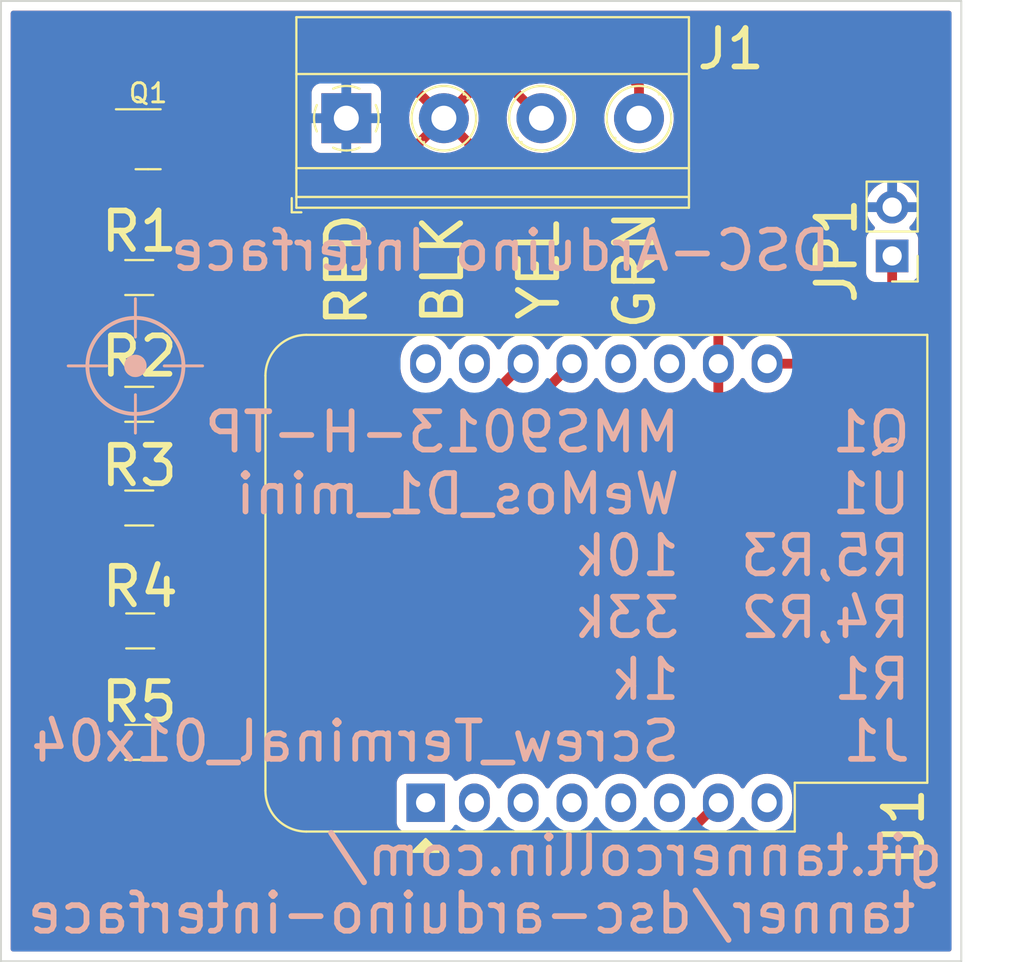
<source format=kicad_pcb>
(kicad_pcb (version 20211014) (generator pcbnew)

  (general
    (thickness 1.6)
  )

  (paper "A4")
  (layers
    (0 "F.Cu" signal)
    (31 "B.Cu" signal)
    (32 "B.Adhes" user "B.Adhesive")
    (33 "F.Adhes" user "F.Adhesive")
    (34 "B.Paste" user)
    (35 "F.Paste" user)
    (36 "B.SilkS" user "B.Silkscreen")
    (37 "F.SilkS" user "F.Silkscreen")
    (38 "B.Mask" user)
    (39 "F.Mask" user)
    (40 "Dwgs.User" user "User.Drawings")
    (41 "Cmts.User" user "User.Comments")
    (42 "Eco1.User" user "User.Eco1")
    (43 "Eco2.User" user "User.Eco2")
    (44 "Edge.Cuts" user)
    (45 "Margin" user)
    (46 "B.CrtYd" user "B.Courtyard")
    (47 "F.CrtYd" user "F.Courtyard")
    (48 "B.Fab" user)
    (49 "F.Fab" user)
    (50 "User.1" user)
    (51 "User.2" user)
    (52 "User.3" user)
    (53 "User.4" user)
    (54 "User.5" user)
    (55 "User.6" user)
    (56 "User.7" user)
    (57 "User.8" user)
    (58 "User.9" user)
  )

  (setup
    (stackup
      (layer "F.SilkS" (type "Top Silk Screen"))
      (layer "F.Paste" (type "Top Solder Paste"))
      (layer "F.Mask" (type "Top Solder Mask") (thickness 0.01))
      (layer "F.Cu" (type "copper") (thickness 0.035))
      (layer "dielectric 1" (type "core") (thickness 1.51) (material "FR4") (epsilon_r 4.5) (loss_tangent 0.02))
      (layer "B.Cu" (type "copper") (thickness 0.035))
      (layer "B.Mask" (type "Bottom Solder Mask") (thickness 0.01))
      (layer "B.Paste" (type "Bottom Solder Paste"))
      (layer "B.SilkS" (type "Bottom Silk Screen"))
      (copper_finish "None")
      (dielectric_constraints no)
    )
    (pad_to_mask_clearance 0)
    (grid_origin 80 49)
    (pcbplotparams
      (layerselection 0x00010fc_ffffffff)
      (disableapertmacros false)
      (usegerberextensions true)
      (usegerberattributes false)
      (usegerberadvancedattributes false)
      (creategerberjobfile false)
      (svguseinch false)
      (svgprecision 6)
      (excludeedgelayer true)
      (plotframeref false)
      (viasonmask false)
      (mode 1)
      (useauxorigin false)
      (hpglpennumber 1)
      (hpglpenspeed 20)
      (hpglpendiameter 15.000000)
      (dxfpolygonmode true)
      (dxfimperialunits true)
      (dxfusepcbnewfont true)
      (psnegative false)
      (psa4output false)
      (plotreference true)
      (plotvalue false)
      (plotinvisibletext false)
      (sketchpadsonfab false)
      (subtractmaskfromsilk true)
      (outputformat 1)
      (mirror false)
      (drillshape 0)
      (scaleselection 1)
      (outputdirectory "gerbers/")
    )
  )

  (net 0 "")
  (net 1 "+5V")
  (net 2 "GND")
  (net 3 "Yellow")
  (net 4 "Green")
  (net 5 "D1")
  (net 6 "D8")
  (net 7 "D2")
  (net 8 "unconnected-(U1-Pad1)")
  (net 9 "unconnected-(U1-Pad2)")
  (net 10 "unconnected-(U1-Pad3)")
  (net 11 "unconnected-(U1-Pad4)")
  (net 12 "unconnected-(U1-Pad5)")
  (net 13 "unconnected-(U1-Pad6)")
  (net 14 "unconnected-(U1-Pad8)")
  (net 15 "unconnected-(U1-Pad11)")
  (net 16 "unconnected-(U1-Pad12)")
  (net 17 "unconnected-(U1-Pad15)")
  (net 18 "unconnected-(U1-Pad16)")
  (net 19 "Net-(JP1-Pad1)")
  (net 20 "Net-(Q1-Pad1)")

  (footprint "Resistor_SMD:R_1206_3216Metric_Pad1.30x1.75mm_HandSolder" (layer "F.Cu") (at 87.2 75.4 180))

  (footprint "Resistor_SMD:R_1206_3216Metric_Pad1.30x1.75mm_HandSolder" (layer "F.Cu") (at 87.2 87.6 180))

  (footprint "Resistor_SMD:R_1206_3216Metric_Pad1.30x1.75mm_HandSolder" (layer "F.Cu") (at 87.2 70))

  (footprint "Module:WEMOS_D1_mini_light" (layer "F.Cu") (at 102.11 90.745 90))

  (footprint "TerminalBlock_Phoenix:TerminalBlock_Phoenix_MKDS-1,5-4-5.08_1x04_P5.08mm_Horizontal" (layer "F.Cu") (at 97.98 55.105))

  (footprint "Resistor_SMD:R_1206_3216Metric_Pad1.30x1.75mm_HandSolder" (layer "F.Cu") (at 87.25 81.8))

  (footprint "Resistor_SMD:R_1206_3216Metric_Pad1.30x1.75mm_HandSolder" (layer "F.Cu") (at 87.2 63.4))

  (footprint "Connector_PinHeader_2.54mm:PinHeader_1x02_P2.54mm_Vertical" (layer "F.Cu") (at 126.4 62.275 180))

  (footprint "Package_TO_SOT_SMD:SOT-23" (layer "F.Cu") (at 87.6625 56.2))

  (gr_circle (center 87 68) (end 89.5 68) (layer "B.SilkS") (width 0.2) (fill none) (tstamp 1d34910d-3e53-4951-893e-4525fba05846))
  (gr_line (start 87 64.5) (end 87 66.5) (layer "B.SilkS") (width 0.15) (tstamp 69b00187-a513-430a-a82e-3d555734b525))
  (gr_line (start 85.5 68) (end 83.5 68) (layer "B.SilkS") (width 0.15) (tstamp 995e3586-455c-4efb-89fb-b19555b05bf3))
  (gr_line (start 87 69.5) (end 87 71.5) (layer "B.SilkS") (width 0.15) (tstamp ea5e5607-d305-4c18-ae4b-134a28301696))
  (gr_line (start 88.5 68) (end 90.5 68) (layer "B.SilkS") (width 0.15) (tstamp f170298f-c5a4-4e16-9c9d-a4d9bcb027a8))
  (gr_circle (center 87 68) (end 87.508 68) (layer "B.SilkS") (width 0.15) (fill solid) (tstamp f735f9ea-1652-4ae9-bdb0-7e59e5f14900))
  (gr_rect (start 80 49) (end 130 99) (layer "Edge.Cuts") (width 0.1) (fill none) (tstamp 967f4c45-db15-4335-a00b-5f60ba8d8ca3))
  (gr_text "tanner/dsc-arduino-interface" (at 104.5 96.5) (layer "B.SilkS") (tstamp 2357f487-2ed6-4b85-abee-184cbe33f6cf)
    (effects (font (size 2 2) (thickness 0.3)) (justify mirror))
  )
  (gr_text "MMS9013-H-TP\nWeMos_D1_mini\n10k\n33k\n1k\nScrew_Terminal_01x04\n" (at 115.5 79.5) (layer "B.SilkS") (tstamp 30fc14f8-6834-4de8-844f-ebd6861b5e6c)
    (effects (font (size 2 2) (thickness 0.3)) (justify left mirror))
  )
  (gr_text "Q1\nU1\nR5,R3\nR4,R2\nR1\nJ1\n" (at 127.5 79.5) (layer "B.SilkS") (tstamp a117217a-794c-4ce3-ae6c-3c1ee28e8589)
    (effects (font (size 2 2) (thickness 0.3)) (justify left mirror))
  )
  (gr_text "git.tannercollin.com/" (at 113 93.5) (layer "B.SilkS") (tstamp dbb80f82-d7da-4ad0-afe2-6cb4d1c9a359)
    (effects (font (size 2 2) (thickness 0.3)) (justify mirror))
  )
  (gr_text "DSC-Arduino Interface\n" (at 106 62) (layer "B.SilkS") (tstamp e8d93ca1-a84c-4f0a-b4dc-1c27d2f383c6)
    (effects (font (size 2 2) (thickness 0.3)) (justify mirror))
  )
  (gr_text "GRN" (at 113 63 90) (layer "F.SilkS") (tstamp 25b06919-b358-4e57-a511-beb1f645ebba)
    (effects (font (size 2 2) (thickness 0.3)))
  )
  (gr_text "RED" (at 98 63 90) (layer "F.SilkS") (tstamp 3a887ec5-9bea-40a6-950a-1c42f4f70013)
    (effects (font (size 2 2) (thickness 0.3)))
  )
  (gr_text "YEL" (at 108 63 90) (layer "F.SilkS") (tstamp 5429c5e4-66a3-41d5-86e9-91ac9390c86a)
    (effects (font (size 2 2) (thickness 0.3)))
  )
  (gr_text "BLK" (at 103 63 90) (layer "F.SilkS") (tstamp 891623aa-18ad-4920-b291-f847a2c4b3d6)
    (effects (font (size 2 2) (thickness 0.3)))
  )

  (segment (start 105.435 52.4) (end 94 52.4) (width 0.508) (layer "F.Cu") (net 3) (tstamp 287df41c-976f-4bf3-8a15-1580705038ba))
  (segment (start 90.6 66.6) (end 86.8 66.6) (width 0.508) (layer "F.Cu") (net 3) (tstamp 491d215e-4bd7-4deb-8b90-297089e29013))
  (segment (start 91.8 54.6) (end 91.8 65.4) (width 0.508) (layer "F.Cu") (net 3) (tstamp 88c53ce8-49b4-4197-b470-ed143297566e))
  (segment (start 108.14 55.105) (end 105.435 52.4) (width 0.508) (layer "F.Cu") (net 3) (tstamp 8d5f7faa-6518-4262-b513-df57e66009c1))
  (segment (start 91.8 65.4) (end 90.6 66.6) (width 0.508) (layer "F.Cu") (net 3) (tstamp ba710c57-95ed-41ad-ae55-2098bb5def56))
  (segment (start 85.65 67.75) (end 85.65 70) (width 0.508) (layer "F.Cu") (net 3) (tstamp cb213589-8ead-4132-be05-962b55194337))
  (segment (start 94 52.4) (end 91.8 54.6) (width 0.508) (layer "F.Cu") (net 3) (tstamp cd5a20cd-b8ed-46fb-8917-0b114c5f6e93))
  (segment (start 86.8 66.6) (end 85.65 67.75) (width 0.508) (layer "F.Cu") (net 3) (tstamp dcefc457-c1b1-4325-a8ad-3f3aa06850fb))
  (segment (start 83.8 66.8) (end 85.2 65.4) (width 0.508) (layer "F.Cu") (net 4) (tstamp 26e14f69-5746-4b22-91a7-487bbf069a8d))
  (segment (start 90.6 57.72) (end 89.08 56.2) (width 0.508) (layer "F.Cu") (net 4) (tstamp 3ccbf1d9-b489-4207-ab0d-04e27b0ea42a))
  (segment (start 89.08 56.2) (end 88.6 56.2) (width 0.508) (layer "F.Cu") (net 4) (tstamp 5c5a54ba-5ec0-48ca-a28f-a83a59bc337e))
  (segment (start 113.22 55.105) (end 113.22 53.42) (width 0.508) (layer "F.Cu") (net 4) (tstamp 61d8c0b7-0328-4b74-964d-8e179bf7a946))
  (segment (start 83.8 79.9) (end 83.8 66.8) (width 0.508) (layer "F.Cu") (net 4) (tstamp 67f77b62-1f61-4cd6-aa47-341004db42b8))
  (segment (start 89.6 65.4) (end 90.6 64.4) (width 0.508) (layer "F.Cu") (net 4) (tstamp 69907fb9-381c-40fd-ba46-a1297dda71b6))
  (segment (start 111 51.2) (end 93.6 51.2) (width 0.508) (layer "F.Cu") (net 4) (tstamp 7ba3cf44-0c2f-41ac-a467-ef6283199b96))
  (segment (start 85.2 65.4) (end 89.6 65.4) (width 0.508) (layer "F.Cu") (net 4) (tstamp 7bff0dce-cb7a-4a4b-ae26-61f6c156e66d))
  (segment (start 113.22 53.42) (end 111 51.2) (width 0.508) (layer "F.Cu") (net 4) (tstamp 7e3b52af-9602-450e-aca4-8f6dd1a7d6e0))
  (segment (start 90.6 64.4) (end 90.6 57.72) (width 0.508) (layer "F.Cu") (net 4) (tstamp a6b71731-f550-41b6-bdd3-eb729b062c12))
  (segment (start 93.6 51.2) (end 88.6 56.2) (width 0.508) (layer "F.Cu") (net 4) (tstamp abf9169d-576c-44a2-84a5-aaa99060439c))
  (segment (start 85.7 81.8) (end 83.8 79.9) (width 0.508) (layer "F.Cu") (net 4) (tstamp cc917539-cf73-43e1-bc6a-26599c9ae6f1))
  (segment (start 88.75 70) (end 105.075 70) (width 0.508) (layer "F.Cu") (net 5) (tstamp 3c57edc8-4cfd-424e-a11b-6ac26e54a378))
  (segment (start 88.75 75.4) (end 88.75 70) (width 0.508) (layer "F.Cu") (net 5) (tstamp d96f04c9-2218-454e-b939-849cc00f603f))
  (segment (start 105.075 70) (end 107.19 67.885) (width 0.508) (layer "F.Cu") (net 5) (tstamp f2bd2143-bd7d-4f23-9e08-479634957484))
  (segment (start 83.8 63.4) (end 85.65 63.4) (width 0.508) (layer "F.Cu") (net 6) (tstamp 22e43ac9-048a-4b19-a3ce-d21ec500c532))
  (segment (start 85.6 93.2) (end 82.2 89.8) (width 0.508) (layer "F.Cu") (net 6) (tstamp 53eacfb1-5229-4fb6-8fb6-c03d9aac7d86))
  (segment (start 82.2 89.8) (end 82.2 65) (width 0.508) (layer "F.Cu") (net 6) (tstamp 86923d52-4646-4868-87cf-d904a514d701))
  (segment (start 114.895 93.2) (end 85.6 93.2) (width 0.508) (layer "F.Cu") (net 6) (tstamp 8d5ef0d9-fef3-49cb-8497-d36bcd975e53))
  (segment (start 82.2 65) (end 83.8 63.4) (width 0.508) (layer "F.Cu") (net 6) (tstamp c5954f32-8d4a-475a-b683-6c795155d05a))
  (segment (start 117.35 90.745) (end 114.895 93.2) (width 0.508) (layer "F.Cu") (net 6) (tstamp ebb65204-1c01-44fc-8faf-ac1274234fde))
  (segment (start 88.75 87.6) (end 88.75 81.85) (width 0.508) (layer "F.Cu") (net 7) (tstamp 50a2c033-e3d5-44e2-862d-002c9467eb19))
  (segment (start 95.815 81.8) (end 109.73 67.885) (width 0.508) (layer "F.Cu") (net 7) (tstamp add90ab8-ac92-4799-b671-6a48d59fe660))
  (segment (start 88.8 81.8) (end 95.815 81.8) (width 0.508) (layer "F.Cu") (net 7) (tstamp d24b0bbc-4694-48fc-b8d3-1809101d76d6))
  (segment (start 88.75 81.85) (end 88.8 81.8) (width 0.508) (layer "F.Cu") (net 7) (tstamp d49c8572-56d5-48a7-89a3-8724de1c203c))
  (segment (start 126.4 65.2) (end 123.715 67.885) (width 0.508) (layer "F.Cu") (net 19) (tstamp 73d1515d-c94b-403e-8256-59f48c6f9bc2))
  (segment (start 126.4 62.275) (end 126.4 65.2) (width 0.508) (layer "F.Cu") (net 19) (tstamp aa0bd87d-4b2b-46df-99b5-ac4242efe0f1))
  (segment (start 123.715 67.885) (end 119.89 67.885) (width 0.508) (layer "F.Cu") (net 19) (tstamp c52f6ecb-b9b9-42f4-b05b-ec107f61933f))
  (segment (start 88.75 57.759251) (end 88.75 63.4) (width 0.3048) (layer "F.Cu") (net 20) (tstamp 21be27a4-4b84-4592-a912-2ebfa3949165))
  (segment (start 86.725 55.25) (end 86.725 55.734251) (width 0.3048) (layer "F.Cu") (net 20) (tstamp 6b36568f-d39d-4bd0-8281-ef71cc77c89a))
  (segment (start 86.725 55.734251) (end 88.75 57.759251) (width 0.2794) (layer "F.Cu") (net 20) (tstamp c343c08f-f449-4cc7-adc0-36e9000e3651))

  (zone (net 2) (net_name "GND") (layer "F.Cu") (tstamp 66414df9-ed3e-46e2-9ef1-3a34353b4682) (hatch edge 0.508)
    (connect_pads (clearance 0.508))
    (min_thickness 0.254) (filled_areas_thickness no)
    (fill yes (thermal_gap 0.508) (thermal_bridge_width 0.508))
    (polygon
      (pts
        (xy 130 99)
        (xy 80 99)
        (xy 80 49)
        (xy 130 49)
      )
    )
    (filled_polygon
      (layer "F.Cu")
      (pts
        (xy 129.433621 49.528502)
        (xy 129.480114 49.582158)
        (xy 129.4915 49.6345)
        (xy 129.4915 98.3655)
        (xy 129.471498 98.433621)
        (xy 129.417842 98.480114)
        (xy 129.3655 98.4915)
        (xy 80.6345 98.4915)
        (xy 80.566379 98.471498)
        (xy 80.519886 98.417842)
        (xy 80.5085 98.3655)
        (xy 80.5085 89.773208)
        (xy 81.432776 89.773208)
        (xy 81.433369 89.7805)
        (xy 81.433369 89.780503)
        (xy 81.437085 89.826183)
        (xy 81.4375 89.836398)
        (xy 81.4375 89.844525)
        (xy 81.440811 89.872924)
        (xy 81.441238 89.877244)
        (xy 81.447191 89.950426)
        (xy 81.449447 89.957388)
        (xy 81.450643 89.963376)
        (xy 81.452051 89.969333)
        (xy 81.452899 89.976607)
        (xy 81.455397 89.983489)
        (xy 81.455398 89.983493)
        (xy 81.477945 90.045607)
        (xy 81.479355 90.049711)
        (xy 81.501987 90.119575)
        (xy 81.505787 90.125838)
        (xy 81.508325 90.13138)
        (xy 81.511067 90.136856)
        (xy 81.513566 90.143741)
        (xy 81.517581 90.149865)
        (xy 81.553815 90.205132)
        (xy 81.55613 90.2088)
        (xy 81.594227 90.271581)
        (xy 81.597941 90.275786)
        (xy 81.597943 90.275789)
        (xy 81.601667 90.280005)
        (xy 81.601638 90.280031)
        (xy 81.604238 90.282962)
        (xy 81.607042 90.286316)
        (xy 81.611054 90.292435)
        (xy 81.667586 90.345988)
        (xy 81.670028 90.348366)
        (xy 85.01319 93.691528)
        (xy 85.025577 93.705941)
        (xy 85.038546 93.723564)
        (xy 85.044129 93.728307)
        (xy 85.079055 93.757979)
        (xy 85.086571 93.764909)
        (xy 85.092315 93.770653)
        (xy 85.095189 93.772927)
        (xy 85.095196 93.772933)
        (xy 85.114711 93.788372)
        (xy 85.118115 93.791163)
        (xy 85.168472 93.833945)
        (xy 85.168476 93.833948)
        (xy 85.174051 93.838684)
        (xy 85.180568 93.842012)
        (xy 85.185632 93.845389)
        (xy 85.190856 93.848616)
        (xy 85.1966 93.85316)
        (xy 85.203231 93.856259)
        (xy 85.263082 93.884232)
        (xy 85.267033 93.886163)
        (xy 85.332404 93.919543)
        (xy 85.339519 93.921284)
        (xy 85.345265 93.923421)
        (xy 85.351048 93.925345)
        (xy 85.357679 93.928444)
        (xy 85.429557 93.943394)
        (xy 85.433829 93.944361)
        (xy 85.505112 93.961804)
        (xy 85.510711 93.962151)
        (xy 85.510715 93.962152)
        (xy 85.51633 93.9625)
        (xy 85.516328 93.962539)
        (xy 85.520229 93.962772)
        (xy 85.524588 93.963161)
        (xy 85.531756 93.964652)
        (xy 85.539073 93.964454)
        (xy 85.609577 93.962546)
        (xy 85.612986 93.9625)
        (xy 114.827624 93.9625)
        (xy 114.846574 93.963933)
        (xy 114.860973 93.966124)
        (xy 114.860979 93.966124)
        (xy 114.868208 93.967224)
        (xy 114.8755 93.966631)
        (xy 114.875503 93.966631)
        (xy 114.921183 93.962915)
        (xy 114.931398 93.9625)
        (xy 114.939525 93.9625)
        (xy 114.943161 93.962076)
        (xy 114.943163 93.962076)
        (xy 114.946615 93.961673)
        (xy 114.967924 93.959189)
        (xy 114.972244 93.958762)
        (xy 115.045426 93.952809)
        (xy 115.052388 93.950553)
        (xy 115.058376 93.949357)
        (xy 115.064333 93.947949)
        (xy 115.071607 93.947101)
        (xy 115.078489 93.944603)
        (xy 115.078493 93.944602)
        (xy 115.140607 93.922055)
        (xy 115.144711 93.920645)
        (xy 115.214575 93.898013)
        (xy 115.220838 93.894213)
        (xy 115.22638 93.891675)
        (xy 115.231856 93.888933)
        (xy 115.238741 93.886434)
        (xy 115.300132 93.846185)
        (xy 115.3038 93.84387)
        (xy 115.366581 93.805773)
        (xy 115.370786 93.802059)
        (xy 115.370789 93.802057)
        (xy 115.375005 93.798333)
        (xy 115.375031 93.798362)
        (xy 115.377962 93.795762)
        (xy 115.381316 93.792958)
        (xy 115.387435 93.788946)
        (xy 115.440989 93.732413)
        (xy 115.443366 93.729972)
        (xy 116.922898 92.25044)
        (xy 116.98521 92.216414)
        (xy 117.044604 92.217828)
        (xy 117.077883 92.226745)
        (xy 117.116599 92.237119)
        (xy 117.121913 92.238543)
        (xy 117.35 92.258498)
        (xy 117.578087 92.238543)
        (xy 117.5834 92.237119)
        (xy 117.583402 92.237119)
        (xy 117.793933 92.180707)
        (xy 117.793935 92.180706)
        (xy 117.799243 92.179284)
        (xy 117.804225 92.176961)
        (xy 118.001762 92.084849)
        (xy 118.001767 92.084846)
        (xy 118.006749 92.082523)
        (xy 118.148464 91.983293)
        (xy 118.189789 91.954357)
        (xy 118.189792 91.954355)
        (xy 118.1943 91.951198)
        (xy 118.356198 91.7893)
        (xy 118.487523 91.601749)
        (xy 118.489846 91.596767)
        (xy 118.489849 91.596762)
        (xy 118.505805 91.562543)
        (xy 118.552722 91.509258)
        (xy 118.620999 91.489797)
        (xy 118.688959 91.510339)
        (xy 118.734195 91.562543)
        (xy 118.750151 91.596762)
        (xy 118.750154 91.596767)
        (xy 118.752477 91.601749)
        (xy 118.883802 91.7893)
        (xy 119.0457 91.951198)
        (xy 119.050208 91.954355)
        (xy 119.050211 91.954357)
        (xy 119.091536 91.983293)
        (xy 119.233251 92.082523)
        (xy 119.238233 92.084846)
        (xy 119.238238 92.084849)
        (xy 119.435775 92.176961)
        (xy 119.440757 92.179284)
        (xy 119.446065 92.180706)
        (xy 119.446067 92.180707)
        (xy 119.656598 92.237119)
        (xy 119.6566 92.237119)
        (xy 119.661913 92.238543)
        (xy 119.89 92.258498)
        (xy 120.118087 92.238543)
        (xy 120.1234 92.237119)
        (xy 120.123402 92.237119)
        (xy 120.333933 92.180707)
        (xy 120.333935 92.180706)
        (xy 120.339243 92.179284)
        (xy 120.344225 92.176961)
        (xy 120.541762 92.084849)
        (xy 120.541767 92.084846)
        (xy 120.546749 92.082523)
        (xy 120.688464 91.983293)
        (xy 120.729789 91.954357)
        (xy 120.729792 91.954355)
        (xy 120.7343 91.951198)
        (xy 120.896198 91.7893)
        (xy 121.027523 91.601749)
        (xy 121.029846 91.596767)
        (xy 121.029849 91.596762)
        (xy 121.121961 91.399225)
        (xy 121.121961 91.399224)
        (xy 121.124284 91.394243)
        (xy 121.183543 91.173087)
        (xy 121.1985 91.002127)
        (xy 121.1985 90.487873)
        (xy 121.183543 90.316913)
        (xy 121.182119 90.311598)
        (xy 121.125707 90.101067)
        (xy 121.125706 90.101065)
        (xy 121.124284 90.095757)
        (xy 121.068724 89.976607)
        (xy 121.029849 89.893238)
        (xy 121.029846 89.893233)
        (xy 121.027523 89.888251)
        (xy 120.941903 89.765973)
        (xy 120.899357 89.705211)
        (xy 120.899355 89.705208)
        (xy 120.896198 89.7007)
        (xy 120.7343 89.538802)
        (xy 120.729792 89.535645)
        (xy 120.729789 89.535643)
        (xy 120.581731 89.431972)
        (xy 120.546749 89.407477)
        (xy 120.541767 89.405154)
        (xy 120.541762 89.405151)
        (xy 120.344225 89.313039)
        (xy 120.344224 89.313039)
        (xy 120.339243 89.310716)
        (xy 120.333935 89.309294)
        (xy 120.333933 89.309293)
        (xy 120.123402 89.252881)
        (xy 120.1234 89.252881)
        (xy 120.118087 89.251457)
        (xy 119.89 89.231502)
        (xy 119.661913 89.251457)
        (xy 119.6566 89.252881)
        (xy 119.656598 89.252881)
        (xy 119.446067 89.309293)
        (xy 119.446065 89.309294)
        (xy 119.440757 89.310716)
        (xy 119.435776 89.313039)
        (xy 119.435775 89.313039)
        (xy 119.238238 89.405151)
        (xy 119.238233 89.405154)
        (xy 119.233251 89.407477)
        (xy 119.198269 89.431972)
        (xy 119.050211 89.535643)
        (xy 119.050208 89.535645)
        (xy 119.0457 89.538802)
        (xy 118.883802 89.7007)
        (xy 118.880645 89.705208)
        (xy 118.880643 89.705211)
        (xy 118.838097 89.765973)
        (xy 118.752477 89.888251)
        (xy 118.750154 89.893233)
        (xy 118.750151 89.893238)
        (xy 118.734195 89.927457)
        (xy 118.687278 89.980742)
        (xy 118.619001 90.000203)
        (xy 118.551041 89.979661)
        (xy 118.505805 89.927457)
        (xy 118.489849 89.893238)
        (xy 118.489846 89.893233)
        (xy 118.487523 89.888251)
        (xy 118.401903 89.765973)
        (xy 118.359357 89.705211)
        (xy 118.359355 89.705208)
        (xy 118.356198 89.7007)
        (xy 118.1943 89.538802)
        (xy 118.189792 89.535645)
        (xy 118.189789 89.535643)
        (xy 118.041731 89.431972)
        (xy 118.006749 89.407477)
        (xy 118.001767 89.405154)
        (xy 118.001762 89.405151)
        (xy 117.804225 89.313039)
        (xy 117.804224 89.313039)
        (xy 117.799243 89.310716)
        (xy 117.793935 89.309294)
        (xy 117.793933 89.309293)
        (xy 117.583402 89.252881)
        (xy 117.5834 89.252881)
        (xy 117.578087 89.251457)
        (xy 117.35 89.231502)
        (xy 117.121913 89.251457)
        (xy 117.1166 89.252881)
        (xy 117.116598 89.252881)
        (xy 116.906067 89.309293)
        (xy 116.906065 89.309294)
        (xy 116.900757 89.310716)
        (xy 116.895776 89.313039)
        (xy 116.895775 89.313039)
        (xy 116.698238 89.405151)
        (xy 116.698233 89.405154)
        (xy 116.693251 89.407477)
        (xy 116.658269 89.431972)
        (xy 116.510211 89.535643)
        (xy 116.510208 89.535645)
        (xy 116.5057 89.538802)
        (xy 116.343802 89.7007)
        (xy 116.340645 89.705208)
        (xy 116.340643 89.705211)
        (xy 116.298097 89.765973)
        (xy 116.212477 89.888251)
        (xy 116.210154 89.893233)
        (xy 116.210151 89.893238)
        (xy 116.194195 89.927457)
        (xy 116.147278 89.980742)
        (xy 116.079001 90.000203)
        (xy 116.011041 89.979661)
        (xy 115.965805 89.927457)
        (xy 115.949849 89.893238)
        (xy 115.949846 89.893233)
        (xy 115.947523 89.888251)
        (xy 115.861903 89.765973)
        (xy 115.819357 89.705211)
        (xy 115.819355 89.705208)
        (xy 115.816198 89.7007)
        (xy 115.6543 89.538802)
        (xy 115.649792 89.535645)
        (xy 115.649789 89.535643)
        (xy 115.501731 89.431972)
        (xy 115.466749 89.407477)
        (xy 115.461767 89.405154)
        (xy 115.461762 89.405151)
        (xy 115.264225 89.313039)
        (xy 115.264224 89.313039)
        (xy 115.259243 89.310716)
        (xy 115.253935 89.309294)
        (xy 115.253933 89.309293)
        (xy 115.043402 89.252881)
        (xy 115.0434 89.252881)
        (xy 115.038087 89.251457)
        (xy 114.81 89.231502)
        (xy 114.581913 89.251457)
        (xy 114.5766 89.252881)
        (xy 114.576598 89.252881)
        (xy 114.366067 89.309293)
        (xy 114.366065 89.309294)
        (xy 114.360757 89.310716)
        (xy 114.355776 89.313039)
        (xy 114.355775 89.313039)
        (xy 114.158238 89.405151)
        (xy 114.158233 89.405154)
        (xy 114.153251 89.407477)
        (xy 114.118269 89.431972)
        (xy 113.970211 89.535643)
        (xy 113.970208 89.535645)
        (xy 113.9657 89.538802)
        (xy 113.803802 89.7007)
        (xy 113.800645 89.705208)
        (xy 113.800643 89.705211)
        (xy 113.758097 89.765973)
        (xy 113.672477 89.888251)
        (xy 113.670154 89.893233)
        (xy 113.670151 89.893238)
        (xy 113.654195 89.927457)
        (xy 113.607278 89.980742)
        (xy 113.539001 90.000203)
        (xy 113.471041 89.979661)
        (xy 113.425805 89.927457)
        (xy 113.409849 89.893238)
        (xy 113.409846 89.893233)
        (xy 113.407523 89.888251)
        (xy 113.321903 89.765973)
        (xy 113.279357 89.705211)
        (xy 113.279355 89.705208)
        (xy 113.276198 89.7007)
        (xy 113.1143 89.538802)
        (xy 113.109792 89.535645)
        (xy 113.109789 89.535643)
        (xy 112.961731 89.431972)
        (xy 112.926749 89.407477)
        (xy 112.921767 89.405154)
        (xy 112.921762 89.405151)
        (xy 112.724225 89.313039)
        (xy 112.724224 89.313039)
        (xy 112.719243 89.310716)
        (xy 112.713935 89.309294)
        (xy 112.713933 89.309293)
        (xy 112.503402 89.252881)
        (xy 112.5034 89.252881)
        (xy 112.498087 89.251457)
        (xy 112.27 89.231502)
        (xy 112.041913 89.251457)
        (xy 112.0366 89.252881)
        (xy 112.036598 89.252881)
        (xy 111.826067 89.309293)
        (xy 111.826065 89.309294)
        (xy 111.820757 89.310716)
        (xy 111.815776 89.313039)
        (xy 111.815775 89.313039)
        (xy 111.618238 89.405151)
        (xy 111.618233 89.405154)
        (xy 111.613251 89.407477)
        (xy 111.578269 89.431972)
        (xy 111.430211 89.535643)
        (xy 111.430208 89.535645)
        (xy 111.4257 89.538802)
        (xy 111.263802 89.7007)
        (xy 111.260645 89.705208)
        (xy 111.260643 89.705211)
        (xy 111.218097 89.765973)
        (xy 111.132477 89.888251)
        (xy 111.130154 89.893233)
        (xy 111.130151 89.893238)
        (xy 111.114195 89.927457)
        (xy 111.067278 89.980742)
        (xy 110.999001 90.000203)
        (xy 110.931041 89.979661)
        (xy 110.885805 89.927457)
        (xy 110.869849 89.893238)
        (xy 110.869846 89.893233)
        (xy 110.867523 89.888251)
        (xy 110.781903 89.765973)
        (xy 110.739357 89.705211)
        (xy 110.739355 89.705208)
        (xy 110.736198 89.7007)
        (xy 110.5743 89.538802)
        (xy 110.569792 89.535645)
        (xy 110.569789 89.535643)
        (xy 110.421731 89.431972)
        (xy 110.386749 89.407477)
        (xy 110.381767 89.405154)
        (xy 110.381762 89.405151)
        (xy 110.184225 89.313039)
        (xy 110.184224 89.313039)
        (xy 110.179243 89.310716)
        (xy 110.173935 89.309294)
        (xy 110.173933 89.309293)
        (xy 109.963402 89.252881)
        (xy 109.9634 89.252881)
        (xy 109.958087 89.251457)
        (xy 109.73 89.231502)
        (xy 109.501913 89.251457)
        (xy 109.4966 89.252881)
        (xy 109.496598 89.252881)
        (xy 109.286067 89.309293)
        (xy 109.286065 89.309294)
        (xy 109.280757 89.310716)
        (xy 109.275776 89.313039)
        (xy 109.275775 89.313039)
        (xy 109.078238 89.405151)
        (xy 109.078233 89.405154)
        (xy 109.073251 89.407477)
        (xy 109.038269 89.431972)
        (xy 108.890211 89.535643)
        (xy 108.890208 89.535645)
        (xy 108.8857 89.538802)
        (xy 108.723802 89.7007)
        (xy 108.720645 89.705208)
        (xy 108.720643 89.705211)
        (xy 108.678097 89.765973)
        (xy 108.592477 89.888251)
        (xy 108.590154 89.893233)
        (xy 108.590151 89.893238)
        (xy 108.574195 89.927457)
        (xy 108.527278 89.980742)
        (xy 108.459001 90.000203)
        (xy 108.391041 89.979661)
        (xy 108.345805 89.927457)
        (xy 108.329849 89.893238)
        (xy 108.329846 89.893233)
        (xy 108.327523 89.888251)
        (xy 108.241903 89.765973)
        (xy 108.199357 89.705211)
        (xy 108.199355 89.705208)
        (xy 108.196198 89.7007)
        (xy 108.0343 89.538802)
        (xy 108.029792 89.535645)
        (xy 108.029789 89.535643)
        (xy 107.881731 89.431972)
        (xy 107.846749 89.407477)
        (xy 107.841767 89.405154)
        (xy 107.841762 89.405151)
        (xy 107.644225 89.313039)
        (xy 107.644224 89.313039)
        (xy 107.639243 89.310716)
        (xy 107.633935 89.309294)
        (xy 107.633933 89.309293)
        (xy 107.423402 89.252881)
        (xy 107.4234 89.252881)
        (xy 107.418087 89.251457)
        (xy 107.19 89.231502)
        (xy 106.961913 89.251457)
        (xy 106.9566 89.252881)
        (xy 106.956598 89.252881)
        (xy 106.746067 89.309293)
        (xy 106.746065 89.309294)
        (xy 106.740757 89.310716)
        (xy 106.735776 89.313039)
        (xy 106.735775 89.313039)
        (xy 106.538238 89.405151)
        (xy 106.538233 89.405154)
        (xy 106.533251 89.407477)
        (xy 106.498269 89.431972)
        (xy 106.350211 89.535643)
        (xy 106.350208 89.535645)
        (xy 106.3457 89.538802)
        (xy 106.183802 89.7007)
        (xy 106.180645 89.705208)
        (xy 106.180643 89.705211)
        (xy 106.138097 89.765973)
        (xy 106.052477 89.888251)
        (xy 106.050154 89.893233)
        (xy 106.050151 89.893238)
        (xy 106.034195 89.927457)
        (xy 105.987278 89.980742)
        (xy 105.919001 90.000203)
        (xy 105.851041 89.979661)
        (xy 105.805805 89.927457)
        (xy 105.789849 89.893238)
        (xy 105.789846 89.893233)
        (xy 105.787523 89.888251)
        (xy 105.701903 89.765973)
        (xy 105.659357 89.705211)
        (xy 105.659355 89.705208)
        (xy 105.656198 89.7007)
        (xy 105.4943 89.538802)
        (xy 105.489792 89.535645)
        (xy 105.489789 89.535643)
        (xy 105.341731 89.431972)
        (xy 105.306749 89.407477)
        (xy 105.301767 89.405154)
        (xy 105.301762 89.405151)
        (xy 105.104225 89.313039)
        (xy 105.104224 89.313039)
        (xy 105.099243 89.310716)
        (xy 105.093935 89.309294)
        (xy 105.093933 89.309293)
        (xy 104.883402 89.252881)
        (xy 104.8834 89.252881)
        (xy 104.878087 89.251457)
        (xy 104.65 89.231502)
        (xy 104.421913 89.251457)
        (xy 104.4166 89.252881)
        (xy 104.416598 89.252881)
        (xy 104.206067 89.309293)
        (xy 104.206065 89.309294)
        (xy 104.200757 89.310716)
        (xy 104.195776 89.313039)
        (xy 104.195775 89.313039)
        (xy 103.998238 89.405151)
        (xy 103.998233 89.405154)
        (xy 103.993251 89.407477)
        (xy 103.958269 89.431972)
        (xy 103.810211 89.535643)
        (xy 103.810208 89.535645)
        (xy 103.8057 89.538802)
        (xy 103.776867 89.567635)
        (xy 103.714555 89.601661)
        (xy 103.64374 89.596596)
        (xy 103.586904 89.554049)
        (xy 103.56979 89.522768)
        (xy 103.563769 89.506707)
        (xy 103.563767 89.506703)
        (xy 103.560615 89.498295)
        (xy 103.473261 89.381739)
        (xy 103.356705 89.294385)
        (xy 103.220316 89.243255)
        (xy 103.158134 89.2365)
        (xy 101.061866 89.2365)
        (xy 100.999684 89.243255)
        (xy 100.863295 89.294385)
        (xy 100.746739 89.381739)
        (xy 100.659385 89.498295)
        (xy 100.608255 89.634684)
        (xy 100.6015 89.696866)
        (xy 100.6015 91.793134)
        (xy 100.608255 91.855316)
        (xy 100.659385 91.991705)
        (xy 100.746739 92.108261)
        (xy 100.753919 92.113642)
        (xy 100.855527 92.189793)
        (xy 100.863295 92.195615)
        (xy 100.871703 92.198767)
        (xy 100.875745 92.20098)
        (xy 100.92589 92.251239)
        (xy 100.940904 92.32063)
        (xy 100.916018 92.387122)
        (xy 100.859135 92.429605)
        (xy 100.815235 92.4375)
        (xy 85.968027 92.4375)
        (xy 85.899906 92.417498)
        (xy 85.878932 92.400595)
        (xy 82.999405 89.521067)
        (xy 82.965379 89.458755)
        (xy 82.9625 89.431972)
        (xy 82.9625 88.272095)
        (xy 84.492001 88.272095)
        (xy 84.492338 88.278614)
        (xy 84.502257 88.374206)
        (xy 84.505149 88.3876)
        (xy 84.556588 88.541784)
        (xy 84.562761 88.554962)
        (xy 84.648063 88.692807)
        (xy 84.657099 88.704208)
        (xy 84.771829 88.818739)
        (xy 84.78324 88.827751)
        (xy 84.921243 88.912816)
        (xy 84.934424 88.918963)
        (xy 85.08871 88.970138)
        (xy 85.102086 88.973005)
        (xy 85.196438 88.982672)
        (xy 85.202854 88.983)
        (xy 85.377885 88.983)
        (xy 85.393124 88.978525)
        (xy 85.394329 88.977135)
        (xy 85.396 88.969452)
        (xy 85.396 88.964884)
        (xy 85.904 88.964884)
        (xy 85.908475 88.980123)
        (xy 85.909865 88.981328)
        (xy 85.917548 88.982999)
        (xy 86.097095 88.982999)
        (xy 86.103614 88.982662)
        (xy 86.199206 88.972743)
        (xy 86.2126 88.969851)
        (xy 86.366784 88.918412)
        (xy 86.379962 88.912239)
        (xy 86.517807 88.826937)
        (xy 86.529208 88.817901)
        (xy 86.643739 88.703171)
        (xy 86.652751 88.69176)
        (xy 86.737816 88.553757)
        (xy 86.743963 88.540576)
        (xy 86.795138 88.38629)
        (xy 86.798005 88.372914)
        (xy 86.807672 88.278562)
        (xy 86.807834 88.2754)
        (xy 87.5915 88.2754)
        (xy 87.591837 88.278646)
        (xy 87.591837 88.27865)
        (xy 87.601752 88.374206)
        (xy 87.602474 88.381166)
        (xy 87.65845 88.548946)
        (xy 87.751522 88.699348)
        (xy 87.876697 88.824305)
        (xy 87.882927 88.828145)
        (xy 87.882928 88.828146)
        (xy 88.020288 88.912816)
        (xy 88.027262 88.917115)
        (xy 88.107005 88.943564)
        (xy 88.188611 88.970632)
        (xy 88.188613 88.970632)
        (xy 88.195139 88.972797)
        (xy 88.201975 88.973497)
        (xy 88.201978 88.973498)
        (xy 88.245031 88.977909)
        (xy 88.2996 88.9835)
        (xy 89.2004 88.9835)
        (xy 89.203646 88.983163)
        (xy 89.20365 88.983163)
        (xy 89.299308 88.973238)
        (xy 89.299312 88.973237)
        (xy 89.306166 88.972526)
        (xy 89.312702 88.970345)
        (xy 89.312704 88.970345)
        (xy 89.444806 88.926272)
        (xy 89.473946 88.91655)
        (xy 89.624348 88.823478)
        (xy 89.749305 88.698303)
        (xy 89.842115 88.547738)
        (xy 89.897797 88.379861)
        (xy 89.9085 88.2754)
        (xy 89.9085 86.9246)
        (xy 89.908163 86.92135)
        (xy 89.898238 86.825692)
        (xy 89.898237 86.825688)
        (xy 89.897526 86.818834)
        (xy 89.84155 86.651054)
        (xy 89.748478 86.500652)
        (xy 89.623303 86.375695)
        (xy 89.572384 86.344308)
        (xy 89.524891 86.291536)
        (xy 89.5125 86.237048)
        (xy 89.5125 83.193835)
        (xy 89.532502 83.125714)
        (xy 89.572197 83.086691)
        (xy 89.586832 83.077635)
        (xy 89.674348 83.023478)
        (xy 89.799305 82.898303)
        (xy 89.892115 82.747738)
        (xy 89.92492 82.648833)
        (xy 89.96535 82.590473)
        (xy 90.030914 82.563236)
        (xy 90.044513 82.5625)
        (xy 95.747624 82.5625)
        (xy 95.766574 82.563933)
        (xy 95.780973 82.566124)
        (xy 95.780979 82.566124)
        (xy 95.788208 82.567224)
        (xy 95.7955 82.566631)
        (xy 95.795503 82.566631)
        (xy 95.841183 82.562915)
        (xy 95.851398 82.5625)
        (xy 95.859525 82.5625)
        (xy 95.863161 82.562076)
        (xy 95.863163 82.562076)
        (xy 95.866615 82.561673)
        (xy 95.887924 82.559189)
        (xy 95.892244 82.558762)
        (xy 95.965426 82.552809)
        (xy 95.972388 82.550553)
        (xy 95.978376 82.549357)
        (xy 95.984333 82.547949)
        (xy 95.991607 82.547101)
        (xy 95.998489 82.544603)
        (xy 95.998493 82.544602)
        (xy 96.060607 82.522055)
        (xy 96.064711 82.520645)
        (xy 96.134575 82.498013)
        (xy 96.140838 82.494213)
        (xy 96.14638 82.491675)
        (xy 96.151856 82.488933)
        (xy 96.158741 82.486434)
        (xy 96.180478 82.472183)
        (xy 96.220132 82.446185)
        (xy 96.2238 82.44387)
        (xy 96.286581 82.405773)
        (xy 96.290786 82.402059)
        (xy 96.290789 82.402057)
        (xy 96.295005 82.398333)
        (xy 96.295031 82.398362)
        (xy 96.297962 82.395762)
        (xy 96.301316 82.392958)
        (xy 96.307435 82.388946)
        (xy 96.360989 82.332413)
        (xy 96.363366 82.329972)
        (xy 109.302898 69.39044)
        (xy 109.36521 69.356414)
        (xy 109.424604 69.357828)
        (xy 109.455319 69.366058)
        (xy 109.496599 69.377119)
        (xy 109.501913 69.378543)
        (xy 109.73 69.398498)
        (xy 109.958087 69.378543)
        (xy 109.9634 69.377119)
        (xy 109.963402 69.377119)
        (xy 110.173933 69.320707)
        (xy 110.173935 69.320706)
        (xy 110.179243 69.319284)
        (xy 110.185235 69.31649)
        (xy 110.381762 69.224849)
        (xy 110.381767 69.224846)
        (xy 110.386749 69.222523)
        (xy 110.491611 69.149098)
        (xy 110.569789 69.094357)
        (xy 110.569792 69.094355)
        (xy 110.5743 69.091198)
        (xy 110.736198 68.9293)
        (xy 110.867523 68.741749)
        (xy 110.869846 68.736767)
        (xy 110.869849 68.736762)
        (xy 110.885805 68.702543)
        (xy 110.932722 68.649258)
        (xy 111.000999 68.629797)
        (xy 111.068959 68.650339)
        (xy 111.114195 68.702543)
        (xy 111.130151 68.736762)
        (xy 111.130154 68.736767)
        (xy 111.132477 68.741749)
        (xy 111.263802 68.9293)
        (xy 111.4257 69.091198)
        (xy 111.430208 69.094355)
        (xy 111.430211 69.094357)
        (xy 111.508389 69.149098)
        (xy 111.613251 69.222523)
        (xy 111.618233 69.224846)
        (xy 111.618238 69.224849)
        (xy 111.814765 69.31649)
        (xy 111.820757 69.319284)
        (xy 111.826065 69.320706)
        (xy 111.826067 69.320707)
        (xy 112.036598 69.377119)
        (xy 112.0366 69.377119)
        (xy 112.041913 69.378543)
        (xy 112.27 69.398498)
        (xy 112.498087 69.378543)
        (xy 112.5034 69.377119)
        (xy 112.503402 69.377119)
        (xy 112.713933 69.320707)
        (xy 112.713935 69.320706)
        (xy 112.719243 69.319284)
        (xy 112.725235 69.31649)
        (xy 112.921762 69.224849)
        (xy 112.921767 69.224846)
        (xy 112.926749 69.222523)
        (xy 113.031611 69.149098)
        (xy 113.109789 69.094357)
        (xy 113.109792 69.094355)
        (xy 113.1143 69.091198)
        (xy 113.276198 68.9293)
        (xy 113.407523 68.741749)
        (xy 113.409846 68.736767)
        (xy 113.409849 68.736762)
        (xy 113.425805 68.702543)
        (xy 113.472722 68.649258)
        (xy 113.540999 68.629797)
        (xy 113.608959 68.650339)
        (xy 113.654195 68.702543)
        (xy 113.670151 68.736762)
        (xy 113.670154 68.736767)
        (xy 113.672477 68.741749)
        (xy 113.803802 68.9293)
        (xy 113.9657 69.091198)
        (xy 113.970208 69.094355)
        (xy 113.970211 69.094357)
        (xy 114.048389 69.149098)
        (xy 114.153251 69.222523)
        (xy 114.158233 69.224846)
        (xy 114.158238 69.224849)
        (xy 114.354765 69.31649)
        (xy 114.360757 69.319284)
        (xy 114.366065 69.320706)
        (xy 114.366067 69.320707)
        (xy 114.576598 69.377119)
        (xy 114.5766 69.377119)
        (xy 114.581913 69.378543)
        (xy 114.81 69.398498)
        (xy 115.038087 69.378543)
        (xy 115.0434 69.377119)
        (xy 115.043402 69.377119)
        (xy 115.253933 69.320707)
        (xy 115.253935 69.320706)
        (xy 115.259243 69.319284)
        (xy 115.265235 69.31649)
        (xy 115.461762 69.224849)
        (xy 115.461767 69.224846)
        (xy 115.466749 69.222523)
        (xy 115.571611 69.149098)
        (xy 115.649789 69.094357)
        (xy 115.649792 69.094355)
        (xy 115.6543 69.091198)
        (xy 115.816198 68.9293)
        (xy 115.947523 68.741749)
        (xy 115.949846 68.736767)
        (xy 115.949849 68.736762)
        (xy 115.966081 68.701951)
        (xy 116.012998 68.648666)
        (xy 116.081275 68.629205)
        (xy 116.149235 68.649747)
        (xy 116.194471 68.701951)
        (xy 116.210586 68.736511)
        (xy 116.216069 68.746007)
        (xy 116.341028 68.924467)
        (xy 116.348084 68.932875)
        (xy 116.502125 69.086916)
        (xy 116.510533 69.093972)
        (xy 116.688993 69.218931)
        (xy 116.698489 69.224414)
        (xy 116.895947 69.31649)
        (xy 116.906239 69.320236)
        (xy 117.078503 69.366394)
        (xy 117.092599 69.366058)
        (xy 117.096 69.358116)
        (xy 117.096 69.352967)
        (xy 117.604 69.352967)
        (xy 117.607973 69.366498)
        (xy 117.616522 69.367727)
        (xy 117.793761 69.320236)
        (xy 117.804053 69.31649)
        (xy 118.001511 69.224414)
        (xy 118.011007 69.218931)
        (xy 118.189467 69.093972)
        (xy 118.197875 69.086916)
        (xy 118.351916 68.932875)
        (xy 118.358972 68.924467)
        (xy 118.483931 68.746007)
        (xy 118.489414 68.736511)
        (xy 118.505529 68.701951)
        (xy 118.552446 68.648666)
        (xy 118.620723 68.629205)
        (xy 118.688683 68.649747)
        (xy 118.733919 68.701951)
        (xy 118.750151 68.736762)
        (xy 118.750154 68.736767)
        (xy 118.752477 68.741749)
        (xy 118.883802 68.9293)
        (xy 119.0457 69.091198)
        (xy 119.050208 69.094355)
        (xy 119.050211 69.094357)
        (xy 119.128389 69.149098)
        (xy 119.233251 69.222523)
        (xy 119.238233 69.224846)
        (xy 119.238238 69.224849)
        (xy 119.434765 69.31649)
        (xy 119.440757 69.319284)
        (xy 119.446065 69.320706)
        (xy 119.446067 69.320707)
        (xy 119.656598 69.377119)
        (xy 119.6566 69.377119)
        (xy 119.661913 69.378543)
        (xy 119.89 69.398498)
        (xy 120.118087 69.378543)
        (xy 120.1234 69.377119)
        (xy 120.123402 69.377119)
        (xy 120.333933 69.320707)
        (xy 120.333935 69.320706)
        (xy 120.339243 69.319284)
        (xy 120.345235 69.31649)
        (xy 120.541762 69.224849)
        (xy 120.541767 69.224846)
        (xy 120.546749 69.222523)
        (xy 120.651611 69.149098)
        (xy 120.729789 69.094357)
        (xy 120.729792 69.094355)
        (xy 120.7343 69.091198)
        (xy 120.896198 68.9293)
        (xy 121.027523 68.741749)
        (xy 121.029848 68.736764)
        (xy 121.029851 68.736758)
        (xy 121.037548 68.720251)
        (xy 121.084465 68.666965)
        (xy 121.151743 68.6475)
        (xy 123.647624 68.6475)
        (xy 123.666574 68.648933)
        (xy 123.680973 68.651124)
        (xy 123.680979 68.651124)
        (xy 123.688208 68.652224)
        (xy 123.6955 68.651631)
        (xy 123.695503 68.651631)
        (xy 123.741183 68.647915)
        (xy 123.751398 68.6475)
        (xy 123.759525 68.6475)
        (xy 123.763161 68.647076)
        (xy 123.763163 68.647076)
        (xy 123.766615 68.646673)
        (xy 123.787924 68.644189)
        (xy 123.792244 68.643762)
        (xy 123.865426 68.637809)
        (xy 123.872388 68.635553)
        (xy 123.878376 68.634357)
        (xy 123.884333 68.632949)
        (xy 123.891607 68.632101)
        (xy 123.898489 68.629603)
        (xy 123.898493 68.629602)
        (xy 123.960607 68.607055)
        (xy 123.964711 68.605645)
        (xy 124.034575 68.583013)
        (xy 124.040838 68.579213)
        (xy 124.04638 68.576675)
        (xy 124.051856 68.573933)
        (xy 124.058741 68.571434)
        (xy 124.120132 68.531185)
        (xy 124.1238 68.52887)
        (xy 124.186581 68.490773)
        (xy 124.190786 68.487059)
        (xy 124.190789 68.487057)
        (xy 124.195005 68.483333)
        (xy 124.195031 68.483362)
        (xy 124.197962 68.480762)
        (xy 124.201316 68.477958)
        (xy 124.207435 68.473946)
        (xy 124.260989 68.417413)
        (xy 124.263366 68.414972)
        (xy 126.891528 65.78681)
        (xy 126.905941 65.774423)
        (xy 126.917665 65.765795)
        (xy 126.923564 65.761454)
        (xy 126.957979 65.720945)
        (xy 126.964909 65.713429)
        (xy 126.970653 65.707685)
        (xy 126.972927 65.704811)
        (xy 126.972933 65.704804)
        (xy 126.988372 65.685289)
        (xy 126.991163 65.681885)
        (xy 127.033945 65.631528)
        (xy 127.033948 65.631524)
        (xy 127.038684 65.625949)
        (xy 127.042011 65.619434)
        (xy 127.045392 65.614364)
        (xy 127.048617 65.609142)
        (xy 127.05316 65.6034)
        (xy 127.084246 65.536888)
        (xy 127.086152 65.532988)
        (xy 127.119543 65.467596)
        (xy 127.121284 65.460479)
        (xy 127.123411 65.454761)
        (xy 127.125342 65.448955)
        (xy 127.128443 65.442321)
        (xy 127.143391 65.370461)
        (xy 127.144359 65.366181)
        (xy 127.160469 65.300343)
        (xy 127.161804 65.294888)
        (xy 127.1625 65.28367)
        (xy 127.162539 65.283672)
        (xy 127.162772 65.279771)
        (xy 127.163161 65.275412)
        (xy 127.164652 65.268244)
        (xy 127.162546 65.190424)
        (xy 127.1625 65.187015)
        (xy 127.1625 63.7595)
        (xy 127.182502 63.691379)
        (xy 127.236158 63.644886)
        (xy 127.2885 63.6335)
        (xy 127.298134 63.6335)
        (xy 127.360316 63.626745)
        (xy 127.496705 63.575615)
        (xy 127.613261 63.488261)
        (xy 127.700615 63.371705)
        (xy 127.751745 63.235316)
        (xy 127.7585 63.173134)
        (xy 127.7585 61.376866)
        (xy 127.751745 61.314684)
        (xy 127.700615 61.178295)
        (xy 127.613261 61.061739)
        (xy 127.496705 60.974385)
        (xy 127.484132 60.969672)
        (xy 127.378203 60.92996)
        (xy 127.321439 60.887318)
        (xy 127.296739 60.820756)
        (xy 127.311947 60.751408)
        (xy 127.333493 60.722727)
        (xy 127.434435 60.622137)
        (xy 127.438096 60.618489)
        (xy 127.497594 60.535689)
        (xy 127.565435 60.441277)
        (xy 127.568453 60.437077)
        (xy 127.66743 60.236811)
        (xy 127.73237 60.023069)
        (xy 127.761529 59.80159)
        (xy 127.763156 59.735)
        (xy 127.744852 59.512361)
        (xy 127.690431 59.295702)
        (xy 127.601354 59.09084)
        (xy 127.480014 58.903277)
        (xy 127.32967 58.738051)
        (xy 127.325619 58.734852)
        (xy 127.325615 58.734848)
        (xy 127.158414 58.6028)
        (xy 127.15841 58.602798)
        (xy 127.154359 58.599598)
        (xy 126.958789 58.491638)
        (xy 126.95392 58.489914)
        (xy 126.953916 58.489912)
        (xy 126.753087 58.418795)
        (xy 126.753083 58.418794)
        (xy 126.748212 58.417069)
        (xy 126.743119 58.416162)
        (xy 126.743116 58.416161)
        (xy 126.533373 58.3788)
        (xy 126.533367 58.378799)
        (xy 126.528284 58.377894)
        (xy 126.454452 58.376992)
        (xy 126.310081 58.375228)
        (xy 126.310079 58.375228)
        (xy 126.304911 58.375165)
        (xy 126.084091 58.408955)
        (xy 125.871756 58.478357)
        (xy 125.673607 58.581507)
        (xy 125.669474 58.58461)
        (xy 125.669471 58.584612)
        (xy 125.645247 58.6028)
        (xy 125.494965 58.715635)
        (xy 125.340629 58.877138)
        (xy 125.214743 59.06168)
        (xy 125.120688 59.264305)
        (xy 125.060989 59.47957)
        (xy 125.037251 59.701695)
        (xy 125.037548 59.706848)
        (xy 125.037548 59.706851)
        (xy 125.043011 59.80159)
        (xy 125.05011 59.924715)
        (xy 125.051247 59.929761)
        (xy 125.051248 59.929767)
        (xy 125.071119 60.017939)
        (xy 125.099222 60.142639)
        (xy 125.183266 60.349616)
        (xy 125.299987 60.540088)
        (xy 125.44625 60.708938)
        (xy 125.45023 60.712242)
        (xy 125.454981 60.716187)
        (xy 125.494616 60.77509)
        (xy 125.496113 60.846071)
        (xy 125.458997 60.906593)
        (xy 125.418724 60.931112)
        (xy 125.303295 60.974385)
        (xy 125.186739 61.061739)
        (xy 125.099385 61.178295)
        (xy 125.048255 61.314684)
        (xy 125.0415 61.376866)
        (xy 125.0415 63.173134)
        (xy 125.048255 63.235316)
        (xy 125.099385 63.371705)
        (xy 125.186739 63.488261)
        (xy 125.303295 63.575615)
        (xy 125.439684 63.626745)
        (xy 125.501866 63.6335)
        (xy 125.5115 63.6335)
        (xy 125.579621 63.653502)
        (xy 125.626114 63.707158)
        (xy 125.6375 63.7595)
        (xy 125.6375 64.831972)
        (xy 125.617498 64.900093)
        (xy 125.600595 64.921067)
        (xy 123.436067 67.085595)
        (xy 123.373755 67.119621)
        (xy 123.346972 67.1225)
        (xy 121.151743 67.1225)
        (xy 121.083622 67.102498)
        (xy 121.037548 67.049749)
        (xy 121.029851 67.033242)
        (xy 121.029848 67.033236)
        (xy 121.027523 67.028251)
        (xy 120.896198 66.8407)
        (xy 120.7343 66.678802)
        (xy 120.729792 66.675645)
        (xy 120.729789 66.675643)
        (xy 120.651611 66.620902)
        (xy 120.546749 66.547477)
        (xy 120.541767 66.545154)
        (xy 120.541762 66.545151)
        (xy 120.344225 66.453039)
        (xy 120.344224 66.453039)
        (xy 120.339243 66.450716)
        (xy 120.333935 66.449294)
        (xy 120.333933 66.449293)
        (xy 120.123402 66.392881)
        (xy 120.1234 66.392881)
        (xy 120.118087 66.391457)
        (xy 119.89 66.371502)
        (xy 119.661913 66.391457)
        (xy 119.6566 66.392881)
        (xy 119.656598 66.392881)
        (xy 119.446067 66.449293)
        (xy 119.446065 66.449294)
        (xy 119.440757 66.450716)
        (xy 119.435776 66.453039)
        (xy 119.435775 66.453039)
        (xy 119.238238 66.545151)
        (xy 119.238233 66.545154)
        (xy 119.233251 66.547477)
        (xy 119.128389 66.620902)
        (xy 119.050211 66.675643)
        (xy 119.050208 66.675645)
        (xy 119.0457 66.678802)
        (xy 118.883802 66.8407)
        (xy 118.752477 67.028251)
        (xy 118.750154 67.033233)
        (xy 118.750151 67.033238)
        (xy 118.733919 67.068049)
        (xy 118.687002 67.121334)
        (xy 118.618725 67.140795)
        (xy 118.550765 67.120253)
        (xy 118.505529 67.068049)
        (xy 118.489414 67.033489)
        (xy 118.483931 67.023993)
        (xy 118.358972 66.845533)
        (xy 118.351916 66.837125)
        (xy 118.197875 66.683084)
        (xy 118.189467 66.676028)
        (xy 118.011007 66.551069)
        (xy 118.001511 66.545586)
        (xy 117.804053 66.45351)
        (xy 117.793761 66.449764)
        (xy 117.621497 66.403606)
        (xy 117.607401 66.403942)
        (xy 117.604 66.411884)
        (xy 117.604 69.352967)
        (xy 117.096 69.352967)
        (xy 117.096 66.417033)
        (xy 117.092027 66.403502)
        (xy 117.083478 66.402273)
        (xy 116.906239 66.449764)
        (xy 116.895947 66.45351)
        (xy 116.698489 66.545586)
        (xy 116.688993 66.551069)
        (xy 116.510533 66.676028)
        (xy 116.502125 66.683084)
        (xy 116.348084 66.837125)
        (xy 116.341028 66.845533)
        (xy 116.216069 67.023993)
        (xy 116.210586 67.033489)
        (xy 116.194471 67.068049)
        (xy 116.147554 67.121334)
        (xy 116.079277 67.140795)
        (xy 116.011317 67.120253)
        (xy 115.966081 67.068049)
        (xy 115.949849 67.033238)
        (xy 115.949846 67.033233)
        (xy 115.947523 67.028251)
        (xy 115.816198 66.8407)
        (xy 115.6543 66.678802)
        (xy 115.649792 66.675645)
        (xy 115.649789 66.675643)
        (xy 115.571611 66.620902)
        (xy 115.466749 66.547477)
        (xy 115.461767 66.545154)
        (xy 115.461762 66.545151)
        (xy 115.264225 66.453039)
        (xy 115.264224 66.453039)
        (xy 115.259243 66.450716)
        (xy 115.253935 66.449294)
        (xy 115.253933 66.449293)
        (xy 115.043402 66.392881)
        (xy 115.0434 66.392881)
        (xy 115.038087 66.391457)
        (xy 114.81 66.371502)
        (xy 114.581913 66.391457)
        (xy 114.5766 66.392881)
        (xy 114.576598 66.392881)
        (xy 114.366067 66.449293)
        (xy 114.366065 66.449294)
        (xy 114.360757 66.450716)
        (xy 114.355776 66.453039)
        (xy 114.355775 66.453039)
        (xy 114.158238 66.545151)
        (xy 114.158233 66.545154)
        (xy 114.153251 66.547477)
        (xy 114.048389 66.620902)
        (xy 113.970211 66.675643)
        (xy 113.970208 66.675645)
        (xy 113.9657 66.678802)
        (xy 113.803802 66.8407)
        (xy 113.672477 67.028251)
        (xy 113.670154 67.033233)
        (xy 113.670151 67.033238)
        (xy 113.654195 67.067457)
        (xy 113.607278 67.120742)
        (xy 113.539001 67.140203)
        (xy 113.471041 67.119661)
        (xy 113.425805 67.067457)
        (xy 113.409849 67.033238)
        (xy 113.409846 67.033233)
        (xy 113.407523 67.028251)
        (xy 113.276198 66.8407)
        (xy 113.1143 66.678802)
        (xy 113.109792 66.675645)
        (xy 113.109789 66.675643)
        (xy 113.031611 66.620902)
        (xy 112.926749 66.547477)
        (xy 112.921767 66.545154)
        (xy 112.921762 66.545151)
        (xy 112.724225 66.453039)
        (xy 112.724224 66.453039)
        (xy 112.719243 66.450716)
        (xy 112.713935 66.449294)
        (xy 112.713933 66.449293)
        (xy 112.503402 66.392881)
        (xy 112.5034 66.392881)
        (xy 112.498087 66.391457)
        (xy 112.27 66.371502)
        (xy 112.041913 66.391457)
        (xy 112.0366 66.392881)
        (xy 112.036598 66.392881)
        (xy 111.826067 66.449293)
        (xy 111.826065 66.449294)
        (xy 111.820757 66.450716)
        (xy 111.815776 66.453039)
        (xy 111.815775 66.453039)
        (xy 111.618238 66.545151)
        (xy 111.618233 66.545154)
        (xy 111.613251 66.547477)
        (xy 111.508389 66.620902)
        (xy 111.430211 66.675643)
        (xy 111.430208 66.675645)
        (xy 111.4257 66.678802)
        (xy 111.263802 66.8407)
        (xy 111.132477 67.028251)
        (xy 111.130154 67.033233)
        (xy 111.130151 67.033238)
        (xy 111.114195 67.067457)
        (xy 111.067278 67.120742)
        (xy 110.999001 67.140203)
        (xy 110.931041 67.119661)
        (xy 110.885805 67.067457)
        (xy 110.869849 67.033238)
        (xy 110.869846 67.033233)
        (xy 110.867523 67.028251)
        (xy 110.736198 66.8407)
        (xy 110.5743 66.678802)
        (xy 110.569792 66.675645)
        (xy 110.569789 66.675643)
        (xy 110.491611 66.620902)
        (xy 110.386749 66.547477)
        (xy 110.381767 66.545154)
        (xy 110.381762 66.545151)
        (xy 110.184225 66.453039)
        (xy 110.184224 66.453039)
        (xy 110.179243 66.450716)
        (xy 110.173935 66.449294)
        (xy 110.173933 66.449293)
        (xy 109.963402 66.392881)
        (xy 109.9634 66.392881)
        (xy 109.958087 66.391457)
        (xy 109.73 66.371502)
        (xy 109.501913 66.391457)
        (xy 109.4966 66.392881)
        (xy 109.496598 66.392881)
        (xy 109.286067 66.449293)
        (xy 109.286065 66.449294)
        (xy 109.280757 66.450716)
        (xy 109.275776 66.453039)
        (xy 109.275775 66.453039)
        (xy 109.078238 66.545151)
        (xy 109.078233 66.545154)
        (xy 109.073251 66.547477)
        (xy 108.968389 66.620902)
        (xy 108.890211 66.675643)
        (xy 108.890208 66.675645)
        (xy 108.8857 66.678802)
        (xy 108.723802 66.8407)
        (xy 108.592477 67.028251)
        (xy 108.590154 67.033233)
        (xy 108.590151 67.033238)
        (xy 108.574195 67.067457)
        (xy 108.527278 67.120742)
        (xy 108.459001 67.140203)
        (xy 108.391041 67.119661)
        (xy 108.345805 67.067457)
        (xy 108.329849 67.033238)
        (xy 108.329846 67.033233)
        (xy 108.327523 67.028251)
        (xy 108.196198 66.8407)
        (xy 108.0343 66.678802)
        (xy 108.029792 66.675645)
        (xy 108.029789 66.675643)
        (xy 107.951611 66.620902)
        (xy 107.846749 66.547477)
        (xy 107.841767 66.545154)
        (xy 107.841762 66.545151)
        (xy 107.644225 66.453039)
        (xy 107.644224 66.453039)
        (xy 107.639243 66.450716)
        (xy 107.633935 66.449294)
        (xy 107.633933 66.449293)
        (xy 107.423402 66.392881)
        (xy 107.4234 66.392881)
        (xy 107.418087 66.391457)
        (xy 107.19 66.371502)
        (xy 106.961913 66.391457)
        (xy 106.9566 66.392881)
        (xy 106.956598 66.392881)
        (xy 106.746067 66.449293)
        (xy 106.746065 66.449294)
        (xy 106.740757 66.450716)
        (xy 106.735776 66.453039)
        (xy 106.735775 66.453039)
        (xy 106.538238 66.545151)
        (xy 106.538233 66.545154)
        (xy 106.533251 66.547477)
        (xy 106.428389 66.620902)
        (xy 106.350211 66.675643)
        (xy 106.350208 66.675645)
        (xy 106.3457 66.678802)
        (xy 106.183802 66.8407)
        (xy 106.052477 67.028251)
        (xy 106.050154 67.033233)
        (xy 106.050151 67.033238)
        (xy 106.034195 67.067457)
        (xy 105.987278 67.120742)
        (xy 105.919001 67.140203)
        (xy 105.851041 67.119661)
        (xy 105.805805 67.067457)
        (xy 105.789849 67.033238)
        (xy 105.789846 67.033233)
        (xy 105.787523 67.028251)
        (xy 105.656198 66.8407)
        (xy 105.4943 66.678802)
        (xy 105.489792 66.675645)
        (xy 105.489789 66.675643)
        (xy 105.411611 66.620902)
        (xy 105.306749 66.547477)
        (xy 105.301767 66.545154)
        (xy 105.301762 66.545151)
        (xy 105.104225 66.453039)
        (xy 105.104224 66.453039)
        (xy 105.099243 66.450716)
        (xy 105.093935 66.449294)
        (xy 105.093933 66.449293)
        (xy 104.883402 66.392881)
        (xy 104.8834 66.392881)
        (xy 104.878087 66.391457)
        (xy 104.65 66.371502)
        (xy 104.421913 66.391457)
        (xy 104.4166 66.392881)
        (xy 104.416598 66.392881)
        (xy 104.206067 66.449293)
        (xy 104.206065 66.449294)
        (xy 104.200757 66.450716)
        (xy 104.195776 66.453039)
        (xy 104.195775 66.453039)
        (xy 103.998238 66.545151)
        (xy 103.998233 66.545154)
        (xy 103.993251 66.547477)
        (xy 103.888389 66.620902)
        (xy 103.810211 66.675643)
        (xy 103.810208 66.675645)
        (xy 103.8057 66.678802)
        (xy 103.643802 66.8407)
        (xy 103.512477 67.028251)
        (xy 103.510154 67.033233)
        (xy 103.510151 67.033238)
        (xy 103.494195 67.067457)
        (xy 103.447278 67.120742)
        (xy 103.379001 67.140203)
        (xy 103.311041 67.119661)
        (xy 103.265805 67.067457)
        (xy 103.249849 67.033238)
        (xy 103.249846 67.033233)
        (xy 103.247523 67.028251)
        (xy 103.116198 66.8407)
        (xy 102.9543 66.678802)
        (xy 102.949792 66.675645)
        (xy 102.949789 66.675643)
        (xy 102.871611 66.620902)
        (xy 102.766749 66.547477)
        (xy 102.761767 66.545154)
        (xy 102.761762 66.545151)
        (xy 102.564225 66.453039)
        (xy 102.564224 66.453039)
        (xy 102.559243 66.450716)
        (xy 102.553935 66.449294)
        (xy 102.553933 66.449293)
        (xy 102.343402 66.392881)
        (xy 102.3434 66.392881)
        (xy 102.338087 66.391457)
        (xy 102.11 66.371502)
        (xy 101.881913 66.391457)
        (xy 101.8766 66.392881)
        (xy 101.876598 66.392881)
        (xy 101.666067 66.449293)
        (xy 101.666065 66.449294)
        (xy 101.660757 66.450716)
        (xy 101.655776 66.453039)
        (xy 101.655775 66.453039)
        (xy 101.458238 66.545151)
        (xy 101.458233 66.545154)
        (xy 101.453251 66.547477)
        (xy 101.348389 66.620902)
        (xy 101.270211 66.675643)
        (xy 101.270208 66.675645)
        (xy 101.2657 66.678802)
        (xy 101.103802 66.8407)
        (xy 100.972477 67.028251)
        (xy 100.970154 67.033233)
        (xy 100.970151 67.033238)
        (xy 100.878841 67.229055)
        (xy 100.875716 67.235757)
        (xy 100.874294 67.241065)
        (xy 100.874293 67.241067)
        (xy 100.827666 67.415081)
        (xy 100.816457 67.456913)
        (xy 100.814227 67.482404)
        (xy 100.805353 67.583838)
        (xy 100.8015 67.627873)
        (xy 100.8015 68.142127)
        (xy 100.816457 68.313087)
        (xy 100.817881 68.3184)
        (xy 100.817881 68.318402)
        (xy 100.862075 68.483333)
        (xy 100.875716 68.534243)
        (xy 100.878039 68.539224)
        (xy 100.878039 68.539225)
        (xy 100.970151 68.736762)
        (xy 100.970154 68.736767)
        (xy 100.972477 68.741749)
        (xy 101.103802 68.9293)
        (xy 101.196907 69.022405)
        (xy 101.230933 69.084717)
        (xy 101.225868 69.155532)
        (xy 101.183321 69.212368)
        (xy 101.116801 69.237179)
        (xy 101.107812 69.2375)
        (xy 89.994544 69.2375)
        (xy 89.926423 69.217498)
        (xy 89.87993 69.163842)
        (xy 89.87502 69.151376)
        (xy 89.853515 69.086916)
        (xy 89.84155 69.051054)
        (xy 89.748478 68.900652)
        (xy 89.623303 68.775695)
        (xy 89.575546 68.746257)
        (xy 89.478968 68.686725)
        (xy 89.478966 68.686724)
        (xy 89.472738 68.682885)
        (xy 89.392995 68.656436)
        (xy 89.311389 68.629368)
        (xy 89.311387 68.629368)
        (xy 89.304861 68.627203)
        (xy 89.298025 68.626503)
        (xy 89.298022 68.626502)
        (xy 89.254969 68.622091)
        (xy 89.2004 68.6165)
        (xy 88.2996 68.6165)
        (xy 88.296354 68.616837)
        (xy 88.29635 68.616837)
        (xy 88.200692 68.626762)
        (xy 88.200688 68.626763)
        (xy 88.193834 68.627474)
        (xy 88.187298 68.629655)
        (xy 88.187296 68.629655)
        (xy 88.119649 68.652224)
        (xy 88.026054 68.68345)
        (xy 87.875652 68.776522)
        (xy 87.750695 68.901697)
        (xy 87.746855 68.907927)
        (xy 87.746854 68.907928)
        (xy 87.731477 68.932875)
        (xy 87.657885 69.052262)
        (xy 87.643923 69.094357)
        (xy 87.604781 69.212368)
        (xy 87.602203 69.220139)
        (xy 87.5915 69.3246)
        (xy 87.5915 70.6754)
        (xy 87.591837 70.678646)
        (xy 87.591837 70.67865)
        (xy 87.600966 70.766631)
        (xy 87.602474 70.781166)
        (xy 87.604655 70.787702)
        (xy 87.604655 70.787704)
        (xy 87.648728 70.919806)
        (xy 87.65845 70.948946)
        (xy 87.751522 71.099348)
        (xy 87.876697 71.224305)
        (xy 87.882927 71.228145)
        (xy 87.882928 71.228146)
        (xy 87.927616 71.255692)
        (xy 87.975109 71.308464)
        (xy 87.9875 71.362952)
        (xy 87.9875 74.037106)
        (xy 87.967498 74.105227)
        (xy 87.927804 74.14425)
        (xy 87.875652 74.176522)
        (xy 87.750695 74.301697)
        (xy 87.657885 74.452262)
        (xy 87.602203 74.620139)
        (xy 87.5915 74.7246)
        (xy 87.5915 76.0754)
        (xy 87.591837 76.078646)
        (xy 87.591837 76.07865)
        (xy 87.601618 76.172914)
        (xy 87.602474 76.181166)
        (xy 87.65845 76.348946)
        (xy 87.751522 76.499348)
        (xy 87.876697 76.624305)
        (xy 87.882927 76.628145)
        (xy 87.882928 76.628146)
        (xy 88.020288 76.712816)
        (xy 88.027262 76.717115)
        (xy 88.107005 76.743564)
        (xy 88.188611 76.770632)
        (xy 88.188613 76.770632)
        (xy 88.195139 76.772797)
        (xy 88.201975 76.773497)
        (xy 88.201978 76.773498)
        (xy 88.245031 76.777909)
        (xy 88.2996 76.7835)
        (xy 89.2004 76.7835)
        (xy 89.203646 76.783163)
        (xy 89.20365 76.783163)
        (xy 89.299308 76.773238)
        (xy 89.299312 76.773237)
        (xy 89.306166 76.772526)
        (xy 89.312702 76.770345)
        (xy 89.312704 76.770345)
        (xy 89.444806 76.726272)
        (xy 89.473946 76.71655)
        (xy 89.624348 76.623478)
        (xy 89.749305 76.498303)
        (xy 89.842115 76.347738)
        (xy 89.897797 76.179861)
        (xy 89.9085 76.0754)
        (xy 89.9085 74.7246)
        (xy 89.898371 74.626978)
        (xy 89.898238 74.625692)
        (xy 89.898237 74.625688)
        (xy 89.897526 74.618834)
        (xy 89.84155 74.451054)
        (xy 89.748478 74.300652)
        (xy 89.623303 74.175695)
        (xy 89.572384 74.144308)
        (xy 89.524891 74.091536)
        (xy 89.5125 74.037048)
        (xy 89.5125 71.362894)
        (xy 89.532502 71.294773)
        (xy 89.572197 71.25575)
        (xy 89.61812 71.227332)
        (xy 89.624348 71.223478)
        (xy 89.749305 71.098303)
        (xy 89.842115 70.947738)
        (xy 89.87492 70.848833)
        (xy 89.91535 70.790473)
        (xy 89.980914 70.763236)
        (xy 89.994513 70.7625)
        (xy 105.007624 70.7625)
        (xy 105.026574 70.763933)
        (xy 105.040973 70.766124)
        (xy 105.040979 70.766124)
        (xy 105.048208 70.767224)
        (xy 105.0555 70.766631)
        (xy 105.055503 70.766631)
        (xy 105.101183 70.762915)
        (xy 105.111398 70.7625)
        (xy 105.119525 70.7625)
        (xy 105.123161 70.762076)
        (xy 105.123163 70.762076)
        (xy 105.126615 70.761673)
        (xy 105.147924 70.759189)
        (xy 105.152244 70.758762)
        (xy 105.225426 70.752809)
        (xy 105.232388 70.750553)
        (xy 105.238376 70.749357)
        (xy 105.244333 70.747949)
        (xy 105.251607 70.747101)
        (xy 105.258489 70.744603)
        (xy 105.258493 70.744602)
        (xy 105.320607 70.722055)
        (xy 105.324711 70.720645)
        (xy 105.394575 70.698013)
        (xy 105.400838 70.694213)
        (xy 105.40638 70.691675)
        (xy 105.411856 70.688933)
        (xy 105.418741 70.686434)
        (xy 105.440478 70.672183)
        (xy 105.480132 70.646185)
        (xy 105.4838 70.64387)
        (xy 105.546581 70.605773)
        (xy 105.550786 70.602059)
        (xy 105.550789 70.602057)
        (xy 105.555005 70.598333)
        (xy 105.555031 70.598362)
        (xy 105.557962 70.595762)
        (xy 105.561316 70.592958)
        (xy 105.567435 70.588946)
        (xy 105.620989 70.532413)
        (xy 105.623366 70.529972)
        (xy 106.762898 69.39044)
        (xy 106.82521 69.356414)
        (xy 106.884604 69.357828)
        (xy 106.905855 69.363522)
        (xy 106.966477 69.400474)
        (xy 106.997499 69.464335)
        (xy 106.98907 69.534829)
        (xy 106.962338 69.574324)
        (xy 95.536067 81.000595)
        (xy 95.473755 81.034621)
        (xy 95.446972 81.0375)
        (xy 90.044544 81.0375)
        (xy 89.976423 81.017498)
        (xy 89.92993 80.963842)
        (xy 89.92502 80.951376)
        (xy 89.893868 80.858002)
        (xy 89.89155 80.851054)
        (xy 89.798478 80.700652)
        (xy 89.673303 80.575695)
        (xy 89.667072 80.571854)
        (xy 89.528968 80.486725)
        (xy 89.528966 80.486724)
        (xy 89.522738 80.482885)
        (xy 89.414967 80.447139)
        (xy 89.361389 80.429368)
        (xy 89.361387 80.429368)
        (xy 89.354861 80.427203)
        (xy 89.348025 80.426503)
        (xy 89.348022 80.426502)
        (xy 89.304969 80.422091)
        (xy 89.2504 80.4165)
        (xy 88.3496 80.4165)
        (xy 88.346354 80.416837)
        (xy 88.34635 80.416837)
        (xy 88.250692 80.426762)
        (xy 88.250688 80.426763)
        (xy 88.243834 80.427474)
        (xy 88.237298 80.429655)
        (xy 88.237296 80.429655)
        (xy 88.184891 80.447139)
        (xy 88.076054 80.48345)
        (xy 87.925652 80.576522)
        (xy 87.800695 80.701697)
        (xy 87.707885 80.852262)
        (xy 87.705581 80.859209)
        (xy 87.675011 80.951376)
        (xy 87.652203 81.020139)
        (xy 87.6415 81.1246)
        (xy 87.6415 82.4754)
        (xy 87.641837 82.478646)
        (xy 87.641837 82.47865)
        (xy 87.650966 82.566631)
        (xy 87.652474 82.581166)
        (xy 87.654655 82.587702)
        (xy 87.654655 82.587704)
        (xy 87.698728 82.719806)
        (xy 87.70845 82.748946)
        (xy 87.801522 82.899348)
        (xy 87.926697 83.024305)
        (xy 87.932928 83.028146)
        (xy 87.938672 83.032682)
        (xy 87.936789 83.035066)
        (xy 87.975105 83.077635)
        (xy 87.9875 83.132131)
        (xy 87.9875 86.237106)
        (xy 87.967498 86.305227)
        (xy 87.927804 86.34425)
        (xy 87.875652 86.376522)
        (xy 87.750695 86.501697)
        (xy 87.657885 86.652262)
        (xy 87.602203 86.820139)
        (xy 87.5915 86.9246)
        (xy 87.5915 88.2754)
        (xy 86.807834 88.2754)
        (xy 86.808 88.272146)
        (xy 86.808 87.872115)
        (xy 86.803525 87.856876)
        (xy 86.802135 87.855671)
        (xy 86.794452 87.854)
        (xy 85.922115 87.854)
        (xy 85.906876 87.858475)
        (xy 85.905671 87.859865)
        (xy 85.904 87.867548)
        (xy 85.904 88.964884)
        (xy 85.396 88.964884)
        (xy 85.396 87.872115)
        (xy 85.391525 87.856876)
        (xy 85.390135 87.855671)
        (xy 85.382452 87.854)
        (xy 84.510116 87.854)
        (xy 84.494877 87.858475)
        (xy 84.493672 87.859865)
        (xy 84.492001 87.867548)
        (xy 84.492001 88.272095)
        (xy 82.9625 88.272095)
        (xy 82.9625 87.327885)
        (xy 84.492 87.327885)
        (xy 84.496475 87.343124)
        (xy 84.497865 87.344329)
        (xy 84.505548 87.346)
        (xy 85.377885 87.346)
        (xy 85.393124 87.341525)
        (xy 85.394329 87.340135)
        (xy 85.396 87.332452)
        (xy 85.396 87.327885)
        (xy 85.904 87.327885)
        (xy 85.908475 87.343124)
        (xy 85.909865 87.344329)
        (xy 85.917548 87.346)
        (xy 86.789884 87.346)
        (xy 86.805123 87.341525)
        (xy 86.806328 87.340135)
        (xy 86.807999 87.332452)
        (xy 86.807999 86.927905)
        (xy 86.807662 86.921386)
        (xy 86.797743 86.825794)
        (xy 86.794851 86.8124)
        (xy 86.743412 86.658216)
        (xy 86.737239 86.645038)
        (xy 86.651937 86.507193)
        (xy 86.642901 86.495792)
        (xy 86.528171 86.381261)
        (xy 86.51676 86.372249)
        (xy 86.378757 86.287184)
        (xy 86.365576 86.281037)
        (xy 86.21129 86.229862)
        (xy 86.197914 86.226995)
        (xy 86.103562 86.217328)
        (xy 86.097145 86.217)
        (xy 85.922115 86.217)
        (xy 85.906876 86.221475)
        (xy 85.905671 86.222865)
        (xy 85.904 86.230548)
        (xy 85.904 87.327885)
        (xy 85.396 87.327885)
        (xy 85.396 86.235116)
        (xy 85.391525 86.219877)
        (xy 85.390135 86.218672)
        (xy 85.382452 86.217001)
        (xy 85.202905 86.217001)
        (xy 85.196386 86.217338)
        (xy 85.100794 86.227257)
        (xy 85.0874 86.230149)
        (xy 84.933216 86.281588)
        (xy 84.920038 86.287761)
        (xy 84.782193 86.373063)
        (xy 84.770792 86.382099)
        (xy 84.656261 86.496829)
        (xy 84.647249 86.50824)
        (xy 84.562184 86.646243)
        (xy 84.556037 86.659424)
        (xy 84.504862 86.81371)
        (xy 84.501995 86.827086)
        (xy 84.492328 86.921438)
        (xy 84.492 86.927855)
        (xy 84.492 87.327885)
        (xy 82.9625 87.327885)
        (xy 82.9625 80.439652)
        (xy 82.982502 80.371531)
        (xy 83.036158 80.325038)
        (xy 83.106432 80.314934)
        (xy 83.171012 80.344428)
        (xy 83.189983 80.364972)
        (xy 83.191314 80.366781)
        (xy 83.194227 80.371581)
        (xy 83.197941 80.375786)
        (xy 83.201667 80.380005)
        (xy 83.201638 80.380031)
        (xy 83.204238 80.382962)
        (xy 83.207042 80.386316)
        (xy 83.211054 80.392435)
        (xy 83.250344 80.429655)
        (xy 83.267586 80.445988)
        (xy 83.270028 80.448366)
        (xy 84.504595 81.682933)
        (xy 84.538621 81.745245)
        (xy 84.5415 81.772028)
        (xy 84.5415 82.4754)
        (xy 84.541837 82.478646)
        (xy 84.541837 82.47865)
        (xy 84.550966 82.566631)
        (xy 84.552474 82.581166)
        (xy 84.554655 82.587702)
        (xy 84.554655 82.587704)
        (xy 84.598728 82.719806)
        (xy 84.60845 82.748946)
        (xy 84.701522 82.899348)
        (xy 84.826697 83.024305)
        (xy 84.832927 83.028145)
        (xy 84.832928 83.028146)
        (xy 84.97009 83.112694)
        (xy 84.977262 83.117115)
        (xy 85.022534 83.132131)
        (xy 85.138611 83.170632)
        (xy 85.138613 83.170632)
        (xy 85.145139 83.172797)
        (xy 85.151975 83.173497)
        (xy 85.151978 83.173498)
        (xy 85.195031 83.177909)
        (xy 85.2496 83.1835)
        (xy 86.1504 83.1835)
        (xy 86.153646 83.183163)
        (xy 86.15365 83.183163)
        (xy 86.249308 83.173238)
        (xy 86.249312 83.173237)
        (xy 86.256166 83.172526)
        (xy 86.262702 83.170345)
        (xy 86.262704 83.170345)
        (xy 86.412499 83.120369)
        (xy 86.423946 83.11655)
        (xy 86.574348 83.023478)
        (xy 86.699305 82.898303)
        (xy 86.792115 82.747738)
        (xy 86.847797 82.579861)
        (xy 86.849205 82.566124)
        (xy 86.858172 82.478598)
        (xy 86.8585 82.4754)
        (xy 86.8585 81.1246)
        (xy 86.847526 81.018834)
        (xy 86.79155 80.851054)
        (xy 86.698478 80.700652)
        (xy 86.573303 80.575695)
        (xy 86.567072 80.571854)
        (xy 86.428968 80.486725)
        (xy 86.428966 80.486724)
        (xy 86.422738 80.482885)
        (xy 86.314967 80.447139)
        (xy 86.261389 80.429368)
        (xy 86.261387 80.429368)
        (xy 86.254861 80.427203)
        (xy 86.248025 80.426503)
        (xy 86.248022 80.426502)
        (xy 86.204969 80.422091)
        (xy 86.1504 80.4165)
        (xy 85.447028 80.4165)
        (xy 85.378907 80.396498)
        (xy 85.357933 80.379595)
        (xy 84.599405 79.621067)
        (xy 84.565379 79.558755)
        (xy 84.5625 79.531972)
        (xy 84.5625 76.713485)
        (xy 84.582502 76.645364)
        (xy 84.636158 76.598871)
        (xy 84.706432 76.588767)
        (xy 84.766592 76.614603)
        (xy 84.78324 76.627751)
        (xy 84.921243 76.712816)
        (xy 84.934424 76.718963)
        (xy 85.08871 76.770138)
        (xy 85.102086 76.773005)
        (xy 85.196438 76.782672)
        (xy 85.202854 76.783)
        (xy 85.377885 76.783)
        (xy 85.393124 76.778525)
        (xy 85.394329 76.777135)
        (xy 85.396 76.769452)
        (xy 85.396 76.764884)
        (xy 85.904 76.764884)
        (xy 85.908475 76.780123)
        (xy 85.909865 76.781328)
        (xy 85.917548 76.782999)
        (xy 86.097095 76.782999)
        (xy 86.103614 76.782662)
        (xy 86.199206 76.772743)
        (xy 86.2126 76.769851)
        (xy 86.366784 76.718412)
        (xy 86.379962 76.712239)
        (xy 86.517807 76.626937)
        (xy 86.529208 76.617901)
        (xy 86.643739 76.503171)
        (xy 86.652751 76.49176)
        (xy 86.737816 76.353757)
        (xy 86.743963 76.340576)
        (xy 86.795138 76.18629)
        (xy 86.798005 76.172914)
        (xy 86.807672 76.078562)
        (xy 86.808 76.072146)
        (xy 86.808 75.672115)
        (xy 86.803525 75.656876)
        (xy 86.802135 75.655671)
        (xy 86.794452 75.654)
        (xy 85.922115 75.654)
        (xy 85.906876 75.658475)
        (xy 85.905671 75.659865)
        (xy 85.904 75.667548)
        (xy 85.904 76.764884)
        (xy 85.396 76.764884)
        (xy 85.396 75.127885)
        (xy 85.904 75.127885)
        (xy 85.908475 75.143124)
        (xy 85.909865 75.144329)
        (xy 85.917548 75.146)
        (xy 86.789884 75.146)
        (xy 86.805123 75.141525)
        (xy 86.806328 75.140135)
        (xy 86.807999 75.132452)
        (xy 86.807999 74.727905)
        (xy 86.807662 74.721386)
        (xy 86.797743 74.625794)
        (xy 86.794851 74.6124)
        (xy 86.743412 74.458216)
        (xy 86.737239 74.445038)
        (xy 86.651937 74.307193)
        (xy 86.642901 74.295792)
        (xy 86.528171 74.181261)
        (xy 86.51676 74.172249)
        (xy 86.378757 74.087184)
        (xy 86.365576 74.081037)
        (xy 86.21129 74.029862)
        (xy 86.197914 74.026995)
        (xy 86.103562 74.017328)
        (xy 86.097145 74.017)
        (xy 85.922115 74.017)
        (xy 85.906876 74.021475)
        (xy 85.905671 74.022865)
        (xy 85.904 74.030548)
        (xy 85.904 75.127885)
        (xy 85.396 75.127885)
        (xy 85.396 74.035116)
        (xy 85.391525 74.019877)
        (xy 85.390135 74.018672)
        (xy 85.382452 74.017001)
        (xy 85.202905 74.017001)
        (xy 85.196386 74.017338)
        (xy 85.100794 74.027257)
        (xy 85.0874 74.030149)
        (xy 84.933216 74.081588)
        (xy 84.920038 74.087761)
        (xy 84.782188 74.173066)
        (xy 84.766762 74.185292)
        (xy 84.700952 74.211928)
        (xy 84.631188 74.198756)
        (xy 84.57962 74.149958)
        (xy 84.5625 74.086545)
        (xy 84.5625 71.314126)
        (xy 84.582502 71.246005)
        (xy 84.636158 71.199512)
        (xy 84.706432 71.189408)
        (xy 84.766593 71.215245)
        (xy 84.771517 71.219134)
        (xy 84.776697 71.224305)
        (xy 84.782923 71.228143)
        (xy 84.782927 71.228146)
        (xy 84.921032 71.313275)
        (xy 84.927262 71.317115)
        (xy 85.007005 71.343564)
        (xy 85.088611 71.370632)
        (xy 85.088613 71.370632)
        (xy 85.095139 71.372797)
        (xy 85.101975 71.373497)
        (xy 85.101978 71.373498)
        (xy 85.145031 71.377909)
        (xy 85.1996 71.3835)
        (xy 86.1004 71.3835)
        (xy 86.103646 71.383163)
        (xy 86.10365 71.383163)
        (xy 86.199308 71.373238)
        (xy 86.199312 71.373237)
        (xy 86.206166 71.372526)
        (xy 86.212702 71.370345)
        (xy 86.212704 71.370345)
        (xy 86.344806 71.326272)
        (xy 86.373946 71.31655)
        (xy 86.524348 71.223478)
        (xy 86.649305 71.098303)
        (xy 86.742115 70.947738)
        (xy 86.797797 70.779861)
        (xy 86.799205 70.766124)
        (xy 86.808172 70.678598)
        (xy 86.8085 70.6754)
        (xy 86.8085 69.3246)
        (xy 86.808047 69.320236)
        (xy 86.798238 69.225692)
        (xy 86.798237 69.225688)
        (xy 86.797526 69.218834)
        (xy 86.74155 69.051054)
        (xy 86.648478 68.900652)
        (xy 86.523303 68.775695)
        (xy 86.472384 68.744308)
        (xy 86.424891 68.691536)
        (xy 86.4125 68.637048)
        (xy 86.4125 68.118028)
        (xy 86.432502 68.049907)
        (xy 86.449405 68.028933)
        (xy 87.078933 67.399405)
        (xy 87.141245 67.365379)
        (xy 87.168028 67.3625)
        (xy 90.532624 67.3625)
        (xy 90.551574 67.363933)
        (xy 90.565973 67.366124)
        (xy 90.565979 67.366124)
        (xy 90.573208 67.367224)
        (xy 90.5805 67.366631)
        (xy 90.580503 67.366631)
        (xy 90.626183 67.362915)
        (xy 90.636398 67.3625)
        (xy 90.644525 67.3625)
        (xy 90.648161 67.362076)
        (xy 90.648163 67.362076)
        (xy 90.651615 67.361673)
        (xy 90.672924 67.359189)
        (xy 90.677244 67.358762)
        (xy 90.750426 67.352809)
        (xy 90.757388 67.350553)
        (xy 90.763376 67.349357)
        (xy 90.769333 67.347949)
        (xy 90.776607 67.347101)
        (xy 90.783489 67.344603)
        (xy 90.783493 67.344602)
        (xy 90.845607 67.322055)
        (xy 90.849711 67.320645)
        (xy 90.919575 67.298013)
        (xy 90.925838 67.294213)
        (xy 90.93138 67.291675)
        (xy 90.936856 67.288933)
        (xy 90.943741 67.286434)
        (xy 91.005132 67.246185)
        (xy 91.0088 67.24387)
        (xy 91.071581 67.205773)
        (xy 91.075786 67.202059)
        (xy 91.075789 67.202057)
        (xy 91.080005 67.198333)
        (xy 91.080031 67.198362)
        (xy 91.082962 67.195762)
        (xy 91.086316 67.192958)
        (xy 91.092435 67.188946)
        (xy 91.145989 67.132413)
        (xy 91.148366 67.129972)
        (xy 92.291528 65.98681)
        (xy 92.305941 65.974423)
        (xy 92.317665 65.965795)
        (xy 92.323564 65.961454)
        (xy 92.357979 65.920945)
        (xy 92.364909 65.913429)
        (xy 92.370653 65.907685)
        (xy 92.372927 65.904811)
        (xy 92.372933 65.904804)
        (xy 92.388372 65.885289)
        (xy 92.391163 65.881885)
        (xy 92.433945 65.831528)
        (xy 92.433948 65.831524)
        (xy 92.438684 65.825949)
        (xy 92.442012 65.819432)
        (xy 92.445389 65.814368)
        (xy 92.448616 65.809144)
        (xy 92.45316 65.8034)
        (xy 92.466703 65.774423)
        (xy 92.484232 65.736918)
        (xy 92.486163 65.732967)
        (xy 92.516213 65.674117)
        (xy 92.519543 65.667596)
        (xy 92.521284 65.660481)
        (xy 92.523421 65.654735)
        (xy 92.525345 65.648952)
        (xy 92.528444 65.642321)
        (xy 92.543394 65.570443)
        (xy 92.544363 65.566162)
        (xy 92.56047 65.500339)
        (xy 92.561804 65.494888)
        (xy 92.5625 65.48367)
        (xy 92.562539 65.483672)
        (xy 92.562772 65.479771)
        (xy 92.563161 65.475412)
        (xy 92.564652 65.468244)
        (xy 92.562546 65.390423)
        (xy 92.5625 65.387014)
        (xy 92.5625 54.968028)
        (xy 92.582502 54.899907)
        (xy 92.599405 54.878933)
        (xy 94.278933 53.199405)
        (xy 94.341245 53.165379)
        (xy 94.368028 53.1625)
        (xy 96.311108 53.1625)
        (xy 96.379229 53.182502)
        (xy 96.425722 53.236158)
        (xy 96.435826 53.306432)
        (xy 96.406332 53.371012)
        (xy 96.386673 53.389326)
        (xy 96.337718 53.426016)
        (xy 96.316739 53.441739)
        (xy 96.229385 53.558295)
        (xy 96.178255 53.694684)
        (xy 96.1715 53.756866)
        (xy 96.1715 56.453134)
        (xy 96.178255 56.515316)
        (xy 96.229385 56.651705)
        (xy 96.316739 56.768261)
        (xy 96.433295 56.855615)
        (xy 96.569684 56.906745)
        (xy 96.631866 56.9135)
        (xy 99.328134 56.9135)
        (xy 99.390316 56.906745)
        (xy 99.526705 56.855615)
        (xy 99.643261 56.768261)
        (xy 99.730615 56.651705)
        (xy 99.768778 56.549906)
        (xy 101.979839 56.549906)
        (xy 101.988553 56.561427)
        (xy 102.095452 56.639809)
        (xy 102.103351 56.644745)
        (xy 102.332905 56.765519)
        (xy 102.341454 56.769236)
        (xy 102.586327 56.854749)
        (xy 102.595336 56.857163)
        (xy 102.850166 56.905544)
        (xy 102.859423 56.906598)
        (xy 103.118607 56.916783)
        (xy 103.127921 56.916457)
        (xy 103.385753 56.88822)
        (xy 103.39493 56.886519)
        (xy 103.645758 56.820481)
        (xy 103.654574 56.817445)
        (xy 103.89288 56.715062)
        (xy 103.901167 56.710748)
        (xy 104.121718 56.574266)
        (xy 104.129268 56.56878)
        (xy 104.134559 56.564301)
        (xy 104.142997 56.551497)
        (xy 104.136935 56.541145)
        (xy 103.072812 55.477022)
        (xy 103.058868 55.469408)
        (xy 103.057035 55.469539)
        (xy 103.05042 55.47379)
        (xy 101.986497 56.537713)
        (xy 101.979839 56.549906)
        (xy 99.768778 56.549906)
        (xy 99.781745 56.515316)
        (xy 99.7885 56.453134)
        (xy 99.7885 55.062211)
        (xy 101.247775 55.062211)
        (xy 101.26022 55.321288)
        (xy 101.261356 55.330543)
        (xy 101.311961 55.584945)
        (xy 101.314449 55.593917)
        (xy 101.402095 55.838033)
        (xy 101.405895 55.846568)
        (xy 101.528658 56.075042)
        (xy 101.533666 56.082904)
        (xy 101.60372 56.176716)
        (xy 101.614979 56.185165)
        (xy 101.627397 56.178393)
        (xy 102.687978 55.117812)
        (xy 102.694356 55.106132)
        (xy 103.424408 55.106132)
        (xy 103.424539 55.107965)
        (xy 103.42879 55.11458)
        (xy 104.496094 56.181884)
        (xy 104.508474 56.188644)
        (xy 104.516815 56.1824)
        (xy 104.650832 55.974048)
        (xy 104.655275 55.965864)
        (xy 104.761807 55.72937)
        (xy 104.764997 55.720605)
        (xy 104.835402 55.470972)
        (xy 104.837262 55.46183)
        (xy 104.870187 55.203019)
        (xy 104.870668 55.196733)
        (xy 104.872987 55.10816)
        (xy 104.872836 55.101851)
        (xy 104.853501 54.841663)
        (xy 104.852125 54.832457)
        (xy 104.794878 54.579467)
        (xy 104.792154 54.570556)
        (xy 104.698143 54.328806)
        (xy 104.694132 54.320397)
        (xy 104.565422 54.095202)
        (xy 104.560211 54.087476)
        (xy 104.516996 54.032658)
        (xy 104.505071 54.024187)
        (xy 104.493537 54.030673)
        (xy 103.432022 55.092188)
        (xy 103.424408 55.106132)
        (xy 102.694356 55.106132)
        (xy 102.695592 55.103868)
        (xy 102.695461 55.102035)
        (xy 102.69121 55.09542)
        (xy 101.625816 54.030026)
        (xy 101.612507 54.022758)
        (xy 101.602472 54.029878)
        (xy 101.586937 54.048556)
        (xy 101.581531 54.056135)
        (xy 101.446965 54.277891)
        (xy 101.442736 54.286192)
        (xy 101.342432 54.525389)
        (xy 101.339471 54.534239)
        (xy 101.275628 54.785625)
        (xy 101.274006 54.794822)
        (xy 101.24802 55.052885)
        (xy 101.247775 55.062211)
        (xy 99.7885 55.062211)
        (xy 99.7885 53.756866)
        (xy 99.781745 53.694684)
        (xy 99.730615 53.558295)
        (xy 99.643261 53.441739)
        (xy 99.622282 53.426016)
        (xy 99.573327 53.389326)
        (xy 99.530812 53.332466)
        (xy 99.525786 53.261648)
        (xy 99.559846 53.199355)
        (xy 99.622178 53.165365)
        (xy 99.648892 53.1625)
        (xy 102.382521 53.1625)
        (xy 102.450642 53.182502)
        (xy 102.497135 53.236158)
        (xy 102.507239 53.306432)
        (xy 102.477745 53.371012)
        (xy 102.426649 53.40652)
        (xy 102.420804 53.408706)
        (xy 102.185252 53.517296)
        (xy 102.177097 53.521816)
        (xy 101.98624 53.646947)
        (xy 101.977102 53.657689)
        (xy 101.981675 53.667465)
        (xy 103.047188 54.732978)
        (xy 103.061132 54.740592)
        (xy 103.062965 54.740461)
        (xy 103.06958 54.73621)
        (xy 104.134349 53.671441)
        (xy 104.140733 53.659751)
        (xy 104.131321 53.647641)
        (xy 103.984045 53.545471)
        (xy 103.97601 53.540738)
        (xy 103.743376 53.426016)
        (xy 103.734743 53.422528)
        (xy 103.690926 53.408502)
        (xy 103.632146 53.368684)
        (xy 103.604224 53.303408)
        (xy 103.616026 53.2334)
        (xy 103.663803 53.180885)
        (xy 103.729339 53.1625)
        (xy 105.066972 53.1625)
        (xy 105.135093 53.182502)
        (xy 105.156067 53.199405)
        (xy 106.382862 54.4262)
        (xy 106.416888 54.488512)
        (xy 106.41589 54.54631)
        (xy 106.409732 54.570556)
        (xy 106.353981 54.790077)
        (xy 106.32705 55.057526)
        (xy 106.327274 55.062192)
        (xy 106.327274 55.062197)
        (xy 106.329946 55.117812)
        (xy 106.339947 55.326019)
        (xy 106.392388 55.589656)
        (xy 106.48322 55.842646)
        (xy 106.485432 55.846762)
        (xy 106.485433 55.846765)
        (xy 106.524163 55.918844)
        (xy 106.61045 56.079431)
        (xy 106.613241 56.083168)
        (xy 106.613245 56.083175)
        (xy 106.689405 56.185165)
        (xy 106.771281 56.29481)
        (xy 106.77459 56.29809)
        (xy 106.774595 56.298096)
        (xy 106.958863 56.480762)
        (xy 106.96218 56.48405)
        (xy 106.965942 56.486808)
        (xy 106.965945 56.486811)
        (xy 107.077737 56.56878)
        (xy 107.178954 56.642995)
        (xy 107.183089 56.645171)
        (xy 107.183093 56.645173)
        (xy 107.412698 56.765975)
        (xy 107.41684 56.768154)
        (xy 107.436364 56.774972)
        (xy 107.631434 56.843093)
        (xy 107.670613 56.856775)
        (xy 107.675206 56.857647)
        (xy 107.930109 56.906042)
        (xy 107.930112 56.906042)
        (xy 107.934698 56.906913)
        (xy 108.06237 56.911929)
        (xy 108.198625 56.917283)
        (xy 108.19863 56.917283)
        (xy 108.203293 56.917466)
        (xy 108.307607 56.906042)
        (xy 108.465844 56.888713)
        (xy 108.46585 56.888712)
        (xy 108.470497 56.888203)
        (xy 108.475021 56.887012)
        (xy 108.725918 56.820956)
        (xy 108.72592 56.820955)
        (xy 108.730441 56.819765)
        (xy 108.837795 56.773642)
        (xy 108.97312 56.715502)
        (xy 108.973122 56.715501)
        (xy 108.977414 56.713657)
        (xy 109.096751 56.639809)
        (xy 109.202017 56.574669)
        (xy 109.202021 56.574666)
        (xy 109.20599 56.57221)
        (xy 109.411149 56.39853)
        (xy 109.588382 56.196434)
        (xy 109.595631 56.185165)
        (xy 109.731269 55.974291)
        (xy 109.733797 55.970361)
        (xy 109.844199 55.725278)
        (xy 109.881247 55.593917)
        (xy 109.915893 55.471072)
        (xy 109.915894 55.471069)
        (xy 109.917163 55.466568)
        (xy 109.935043 55.326019)
        (xy 109.950688 55.203045)
        (xy 109.950688 55.203041)
        (xy 109.951086 55.199915)
        (xy 109.95117 55.196733)
        (xy 109.952758 55.136039)
        (xy 109.953571 55.105)
        (xy 109.943392 54.968028)
        (xy 109.933996 54.841592)
        (xy 109.933996 54.841591)
        (xy 109.93365 54.836937)
        (xy 109.931984 54.829573)
        (xy 109.875361 54.579331)
        (xy 109.87536 54.579326)
        (xy 109.874327 54.574763)
        (xy 109.776902 54.324238)
        (xy 109.643518 54.090864)
        (xy 109.596068 54.030673)
        (xy 109.577416 54.007014)
        (xy 109.477105 53.879769)
        (xy 109.281317 53.695591)
        (xy 109.083407 53.558295)
        (xy 109.064299 53.545039)
        (xy 109.064296 53.545037)
        (xy 109.060457 53.542374)
        (xy 109.009604 53.517296)
        (xy 108.823564 53.425551)
        (xy 108.823561 53.42555)
        (xy 108.819376 53.423486)
        (xy 108.56337 53.341538)
        (xy 108.558763 53.340788)
        (xy 108.55876 53.340787)
        (xy 108.329243 53.303408)
        (xy 108.298063 53.29833)
        (xy 108.167719 53.296624)
        (xy 108.033961 53.294873)
        (xy 108.033958 53.294873)
        (xy 108.029284 53.294812)
        (xy 107.762937 53.33106)
        (xy 107.587898 53.382079)
        (xy 107.516903 53.381938)
        (xy 107.463546 53.350208)
        (xy 106.290933 52.177595)
        (xy 106.256907 52.115283)
        (xy 106.261972 52.044468)
        (xy 106.304519 51.987632)
        (xy 106.371039 51.962821)
        (xy 106.380028 51.9625)
        (xy 110.631972 51.9625)
        (xy 110.700093 51.982502)
        (xy 110.721067 51.999405)
        (xy 112.170656 53.448994)
        (xy 112.204682 53.511306)
        (xy 112.199617 53.582121)
        (xy 112.15707 53.638957)
        (xy 112.150646 53.643461)
        (xy 112.119881 53.663631)
        (xy 112.119876 53.663635)
        (xy 112.115968 53.666197)
        (xy 111.915426 53.845188)
        (xy 111.743544 54.051854)
        (xy 111.604096 54.281656)
        (xy 111.602287 54.28597)
        (xy 111.602285 54.285974)
        (xy 111.58624 54.324238)
        (xy 111.500148 54.529545)
        (xy 111.433981 54.790077)
        (xy 111.40705 55.057526)
        (xy 111.407274 55.062192)
        (xy 111.407274 55.062197)
        (xy 111.409946 55.117812)
        (xy 111.419947 55.326019)
        (xy 111.472388 55.589656)
        (xy 111.56322 55.842646)
        (xy 111.565432 55.846762)
        (xy 111.565433 55.846765)
        (xy 111.604163 55.918844)
        (xy 111.69045 56.079431)
        (xy 111.693241 56.083168)
        (xy 111.693245 56.083175)
        (xy 111.769405 56.185165)
        (xy 111.851281 56.29481)
        (xy 111.85459 56.29809)
        (xy 111.854595 56.298096)
        (xy 112.038863 56.480762)
        (xy 112.04218 56.48405)
        (xy 112.045942 56.486808)
        (xy 112.045945 56.486811)
        (xy 112.157737 56.56878)
        (xy 112.258954 56.642995)
        (xy 112.263089 56.645171)
        (xy 112.263093 56.645173)
        (xy 112.492698 56.765975)
        (xy 112.49684 56.768154)
        (xy 112.516364 56.774972)
        (xy 112.711434 56.843093)
        (xy 112.750613 56.856775)
        (xy 112.755206 56.857647)
        (xy 113.010109 56.906042)
        (xy 113.010112 56.906042)
        (xy 113.014698 56.906913)
        (xy 113.14237 56.911929)
        (xy 113.278625 56.917283)
        (xy 113.27863 56.917283)
        (xy 113.283293 56.917466)
        (xy 113.387607 56.906042)
        (xy 113.545844 56.888713)
        (xy 113.54585 56.888712)
        (xy 113.550497 56.888203)
        (xy 113.555021 56.887012)
        (xy 113.805918 56.820956)
        (xy 113.80592 56.820955)
        (xy 113.810441 56.819765)
        (xy 113.917795 56.773642)
        (xy 114.05312 56.715502)
        (xy 114.053122 56.715501)
        (xy 114.057414 56.713657)
        (xy 114.176751 56.639809)
        (xy 114.282017 56.574669)
        (xy 114.282021 56.574666)
        (xy 114.28599 56.57221)
        (xy 114.491149 56.39853)
        (xy 114.668382 56.196434)
        (xy 114.675631 56.185165)
        (xy 114.811269 55.974291)
        (xy 114.813797 55.970361)
        (xy 114.924199 55.725278)
        (xy 114.961247 55.593917)
        (xy 114.995893 55.471072)
        (xy 114.995894 55.471069)
        (xy 114.997163 55.466568)
        (xy 115.015043 55.326019)
        (xy 115.030688 55.203045)
        (xy 115.030688 55.203041)
        (xy 115.031086 55.199915)
        (xy 115.03117 55.196733)
        (xy 115.032758 55.136039)
        (xy 115.033571 55.105)
        (xy 115.023392 54.968028)
        (xy 115.013996 54.841592)
        (xy 115.013996 54.841591)
        (xy 115.01365 54.836937)
        (xy 115.011984 54.829573)
        (xy 114.955361 54.579331)
        (xy 114.95536 54.579326)
        (xy 114.954327 54.574763)
        (xy 114.856902 54.324238)
        (xy 114.723518 54.090864)
        (xy 114.676068 54.030673)
        (xy 114.657416 54.007014)
        (xy 114.557105 53.879769)
        (xy 114.361317 53.695591)
        (xy 114.163407 53.558295)
        (xy 114.144299 53.545039)
        (xy 114.144296 53.545037)
        (xy 114.140457 53.542374)
        (xy 114.136267 53.540308)
        (xy 114.136264 53.540306)
        (xy 114.052986 53.499238)
        (xy 114.000737 53.45117)
        (xy 113.983129 53.396451)
        (xy 113.982915 53.393821)
        (xy 113.9825 53.383602)
        (xy 113.9825 53.375475)
        (xy 113.979189 53.347076)
        (xy 113.97876 53.342736)
        (xy 113.978602 53.340787)
        (xy 113.972809 53.269574)
        (xy 113.970553 53.262612)
        (xy 113.969357 53.256624)
        (xy 113.967949 53.250667)
        (xy 113.967101 53.243393)
        (xy 113.964603 53.236511)
        (xy 113.964602 53.236507)
        (xy 113.942055 53.174393)
        (xy 113.940645 53.170289)
        (xy 113.918013 53.100425)
        (xy 113.914213 53.094162)
        (xy 113.911675 53.08862)
        (xy 113.908933 53.083144)
        (xy 113.906434 53.076259)
        (xy 113.866185 53.014868)
        (xy 113.86387 53.0112)
        (xy 113.825773 52.948419)
        (xy 113.822057 52.944212)
        (xy 113.822054 52.944208)
        (xy 113.818332 52.939995)
        (xy 113.818362 52.939969)
        (xy 113.815764 52.937041)
        (xy 113.81296 52.933687)
        (xy 113.808946 52.927565)
        (xy 113.752395 52.873994)
        (xy 113.749954 52.871617)
        (xy 111.58681 50.708472)
        (xy 111.574423 50.694059)
        (xy 111.565795 50.682335)
        (xy 111.561454 50.676436)
        (xy 111.520945 50.642021)
        (xy 111.513429 50.635091)
        (xy 111.507685 50.629347)
        (xy 111.504811 50.627073)
        (xy 111.504804 50.627067)
        (xy 111.485289 50.611628)
        (xy 111.481885 50.608837)
        (xy 111.431528 50.566055)
        (xy 111.431524 50.566052)
        (xy 111.425949 50.561316)
        (xy 111.419432 50.557988)
        (xy 111.414368 50.554611)
        (xy 111.409144 50.551384)
        (xy 111.4034 50.54684)
        (xy 111.340797 50.517581)
        (xy 111.336918 50.515768)
        (xy 111.332967 50.513837)
        (xy 111.274117 50.483787)
        (xy 111.267596 50.480457)
        (xy 111.260481 50.478716)
        (xy 111.254735 50.476579)
        (xy 111.248952 50.474655)
        (xy 111.242321 50.471556)
        (xy 111.170443 50.456606)
        (xy 111.166171 50.455639)
        (xy 111.094888 50.438196)
        (xy 111.089289 50.437849)
        (xy 111.089285 50.437848)
        (xy 111.08367 50.4375)
        (xy 111.083672 50.437461)
        (xy 111.079771 50.437228)
        (xy 111.075412 50.436839)
        (xy 111.068244 50.435348)
        (xy 111.060927 50.435546)
        (xy 110.990423 50.437454)
        (xy 110.987014 50.4375)
        (xy 93.667376 50.4375)
        (xy 93.648426 50.436067)
        (xy 93.634027 50.433876)
        (xy 93.634021 50.433876)
        (xy 93.626792 50.432776)
        (xy 93.6195 50.433369)
        (xy 93.619497 50.433369)
        (xy 93.573817 50.437085)
        (xy 93.563602 50.4375)
        (xy 93.555475 50.4375)
        (xy 93.551839 50.437924)
        (xy 93.551837 50.437924)
        (xy 93.548385 50.438327)
        (xy 93.527076 50.440811)
        (xy 93.522756 50.441238)
        (xy 93.449574 50.447191)
        (xy 93.442612 50.449447)
        (xy 93.436624 50.450643)
        (xy 93.430667 50.452051)
        (xy 93.423393 50.452899)
        (xy 93.416511 50.455397)
        (xy 93.416507 50.455398)
        (xy 93.354393 50.477945)
        (xy 93.350289 50.479355)
        (xy 93.280425 50.501987)
        (xy 93.274162 50.505787)
        (xy 93.26862 50.508325)
        (xy 93.263144 50.511067)
        (xy 93.256259 50.513566)
        (xy 93.250135 50.517581)
        (xy 93.194868 50.553815)
        (xy 93.1912 50.55613)
        (xy 93.128419 50.594227)
        (xy 93.124214 50.597941)
        (xy 93.124211 50.597943)
        (xy 93.119995 50.601667)
        (xy 93.119969 50.601638)
        (xy 93.117038 50.604238)
        (xy 93.113684 50.607042)
        (xy 93.107565 50.611054)
        (xy 93.07823 50.642021)
        (xy 93.054012 50.667586)
        (xy 93.051634 50.670028)
        (xy 88.367067 55.354595)
        (xy 88.304755 55.388621)
        (xy 88.277972 55.3915)
        (xy 88.097 55.3915)
        (xy 88.028879 55.371498)
        (xy 87.982386 55.317842)
        (xy 87.971 55.2655)
        (xy 87.971 55.033498)
        (xy 87.970807 55.031042)
        (xy 87.968567 55.002579)
        (xy 87.968566 55.002574)
        (xy 87.968062 54.996169)
        (xy 87.921645 54.836399)
        (xy 87.864985 54.740592)
        (xy 87.840991 54.70002)
        (xy 87.840989 54.700017)
        (xy 87.836953 54.693193)
        (xy 87.719307 54.575547)
        (xy 87.712483 54.571511)
        (xy 87.71248 54.571509)
        (xy 87.582927 54.494892)
        (xy 87.582928 54.494892)
        (xy 87.576101 54.490855)
        (xy 87.56849 54.488644)
        (xy 87.568488 54.488643)
        (xy 87.516269 54.473472)
        (xy 87.416331 54.444438)
        (xy 87.409926 54.443934)
        (xy 87.409921 54.443933)
        (xy 87.381458 54.441693)
        (xy 87.38145 54.441693)
        (xy 87.379002 54.4415)
        (xy 86.070998 54.4415)
        (xy 86.06855 54.441693)
        (xy 86.068542 54.441693)
        (xy 86.040079 54.443933)
        (xy 86.040074 54.443934)
        (xy 86.033669 54.444438)
        (xy 85.933731 54.473472)
        (xy 85.881512 54.488643)
        (xy 85.88151 54.488644)
        (xy 85.873899 54.490855)
        (xy 85.867072 54.494892)
        (xy 85.867073 54.494892)
        (xy 85.73752 54.571509)
        (xy 85.737517 54.571511)
        (xy 85.730693 54.575547)
        (xy 85.613047 54.693193)
        (xy 85.609011 54.700017)
        (xy 85.609009 54.70002)
        (xy 85.585015 54.740592)
        (xy 85.528355 54.836399)
        (xy 85.481938 54.996169)
        (xy 85.481434 55.002574)
        (xy 85.481433 55.002579)
        (xy 85.479193 55.031042)
        (xy 85.479 55.033498)
        (xy 85.479 55.466502)
        (xy 85.479193 55.46895)
        (xy 85.479193 55.468958)
        (xy 85.479574 55.47379)
        (xy 85.481938 55.503831)
        (xy 85.528355 55.663601)
        (xy 85.532392 55.670427)
        (xy 85.609009 55.79998)
        (xy 85.609011 55.799983)
        (xy 85.613047 55.806807)
        (xy 85.730693 55.924453)
        (xy 85.737517 55.928489)
        (xy 85.73752 55.928491)
        (xy 85.800715 55.965864)
        (xy 85.873899 56.009145)
        (xy 85.88151 56.011356)
        (xy 85.881512 56.011357)
        (xy 85.933731 56.026528)
        (xy 86.033669 56.055562)
        (xy 86.040074 56.056066)
        (xy 86.040079 56.056067)
        (xy 86.068542 56.058307)
        (xy 86.06855 56.058307)
        (xy 86.070998 56.0585)
        (xy 86.079579 56.0585)
        (xy 86.1477 56.078502)
        (xy 86.183419 56.113133)
        (xy 86.205069 56.144634)
        (xy 86.227169 56.212103)
        (xy 86.209283 56.28081)
        (xy 86.157092 56.328941)
        (xy 86.101229 56.342001)
        (xy 86.073517 56.342001)
        (xy 86.06858 56.342195)
        (xy 86.040164 56.34443)
        (xy 86.027569 56.34673)
        (xy 85.88171 56.389107)
        (xy 85.867279 56.395352)
        (xy 85.737822 56.471911)
        (xy 85.725396 56.481551)
        (xy 85.619051 56.587896)
        (xy 85.609411 56.600322)
        (xy 85.532852 56.729779)
        (xy 85.526607 56.74421)
        (xy 85.487561 56.878605)
        (xy 85.487601 56.892706)
        (xy 85.49487 56.896)
        (xy 86.853 56.896)
        (xy 86.921121 56.916002)
        (xy 86.967614 56.969658)
        (xy 86.979 57.022)
        (xy 86.979 57.939884)
        (xy 86.983475 57.955123)
        (xy 86.984865 57.956328)
        (xy 86.992548 57.957999)
        (xy 87.376484 57.957999)
        (xy 87.38142 57.957805)
        (xy 87.409836 57.95557)
        (xy 87.422431 57.95327)
        (xy 87.56829 57.910893)
        (xy 87.582721 57.904648)
        (xy 87.712176 57.828089)
        (xy 87.730866 57.813592)
        (xy 87.732922 57.816243)
        (xy 87.781772 57.789568)
        (xy 87.852587 57.794633)
        (xy 87.89765 57.823594)
        (xy 88.052195 57.978139)
        (xy 88.086221 58.040451)
        (xy 88.0891 58.067234)
        (xy 88.0891 61.974737)
        (xy 88.069098 62.042858)
        (xy 88.024879 62.081552)
        (xy 88.026054 62.08345)
        (xy 87.875652 62.176522)
        (xy 87.750695 62.301697)
        (xy 87.657885 62.452262)
        (xy 87.602203 62.620139)
        (xy 87.601503 62.626975)
        (xy 87.601502 62.626978)
        (xy 87.599006 62.65134)
        (xy 87.5915 62.7246)
        (xy 87.5915 64.0754)
        (xy 87.602474 64.181166)
        (xy 87.65845 64.348946)
        (xy 87.662306 64.355177)
        (xy 87.718012 64.445197)
        (xy 87.73685 64.513649)
        (xy 87.715689 64.581419)
        (xy 87.661248 64.62699)
        (xy 87.610868 64.6375)
        (xy 86.789185 64.6375)
        (xy 86.721064 64.617498)
        (xy 86.674571 64.563842)
        (xy 86.664467 64.493568)
        (xy 86.681925 64.445384)
        (xy 86.738275 64.353968)
        (xy 86.738276 64.353966)
        (xy 86.742115 64.347738)
        (xy 86.768564 64.267995)
        (xy 86.795632 64.186389)
        (xy 86.795632 64.186387)
        (xy 86.797797 64.179861)
        (xy 86.8085 64.0754)
        (xy 86.8085 62.7246)
        (xy 86.806879 62.708973)
        (xy 86.798238 62.625692)
        (xy 86.798237 62.625688)
        (xy 86.797526 62.618834)
        (xy 86.774951 62.551167)
        (xy 86.743868 62.458002)
        (xy 86.74155 62.451054)
        (xy 86.648478 62.300652)
        (xy 86.523303 62.175695)
        (xy 86.517072 62.171854)
        (xy 86.378968 62.086725)
        (xy 86.378966 62.086724)
        (xy 86.372738 62.082885)
        (xy 86.212254 62.029655)
        (xy 86.211389 62.029368)
        (xy 86.211387 62.029368)
        (xy 86.204861 62.027203)
        (xy 86.198025 62.026503)
        (xy 86.198022 62.026502)
        (xy 86.154969 62.022091)
        (xy 86.1004 62.0165)
        (xy 85.1996 62.0165)
        (xy 85.196354 62.016837)
        (xy 85.19635 62.016837)
        (xy 85.100692 62.026762)
        (xy 85.100688 62.026763)
        (xy 85.093834 62.027474)
        (xy 85.087298 62.029655)
        (xy 85.087296 62.029655)
        (xy 84.989226 62.062374)
        (xy 84.926054 62.08345)
        (xy 84.775652 62.176522)
        (xy 84.650695 62.301697)
        (xy 84.557885 62.452262)
        (xy 84.555581 62.459209)
        (xy 84.52508 62.551167)
        (xy 84.48465 62.609527)
        (xy 84.419086 62.636764)
        (xy 84.405487 62.6375)
        (xy 83.867376 62.6375)
        (xy 83.848426 62.636067)
        (xy 83.834027 62.633876)
        (xy 83.834021 62.633876)
        (xy 83.826792 62.632776)
        (xy 83.8195 62.633369)
        (xy 83.819497 62.633369)
        (xy 83.773817 62.637085)
        (xy 83.763602 62.6375)
        (xy 83.755475 62.6375)
        (xy 83.751839 62.637924)
        (xy 83.751837 62.637924)
        (xy 83.748385 62.638327)
        (xy 83.727076 62.640811)
        (xy 83.722756 62.641238)
        (xy 83.649574 62.647191)
        (xy 83.642612 62.649447)
        (xy 83.636624 62.650643)
        (xy 83.630667 62.652051)
        (xy 83.623393 62.652899)
        (xy 83.616511 62.655397)
        (xy 83.616507 62.655398)
        (xy 83.554393 62.677945)
        (xy 83.550289 62.679355)
        (xy 83.480425 62.701987)
        (xy 83.474162 62.705787)
        (xy 83.46862 62.708325)
        (xy 83.463144 62.711067)
        (xy 83.456259 62.713566)
        (xy 83.450135 62.717581)
        (xy 83.394868 62.753815)
        (xy 83.3912 62.75613)
        (xy 83.328419 62.794227)
        (xy 83.324214 62.797941)
        (xy 83.324211 62.797943)
        (xy 83.319995 62.801667)
        (xy 83.319969 62.801638)
        (xy 83.317038 62.804238)
        (xy 83.313684 62.807042)
        (xy 83.307565 62.811054)
        (xy 83.302533 62.816366)
        (xy 83.254012 62.867586)
        (xy 83.251634 62.870028)
        (xy 81.708472 64.41319)
        (xy 81.694059 64.425577)
        (xy 81.676436 64.438546)
        (xy 81.671692 64.444129)
        (xy 81.671693 64.444129)
        (xy 81.642021 64.479055)
        (xy 81.635091 64.486571)
        (xy 81.629347 64.492315)
        (xy 81.627073 64.495189)
        (xy 81.627067 64.495196)
        (xy 81.611628 64.514711)
        (xy 81.608837 64.518115)
        (xy 81.566055 64.568472)
        (xy 81.566052 64.568476)
        (xy 81.561316 64.574051)
        (xy 81.557988 64.580568)
        (xy 81.554611 64.585632)
        (xy 81.551384 64.590856)
        (xy 81.54684 64.5966)
        (xy 81.543741 64.603231)
        (xy 81.515768 64.663082)
        (xy 81.513837 64.667033)
        (xy 81.480457 64.732404)
        (xy 81.478716 64.739519)
        (xy 81.476579 64.745265)
        (xy 81.474655 64.751048)
        (xy 81.471556 64.757679)
        (xy 81.45935 64.816366)
        (xy 81.456608 64.829547)
        (xy 81.455639 64.833829)
        (xy 81.438196 64.905112)
        (xy 81.4375 64.91633)
        (xy 81.437461 64.916328)
        (xy 81.437228 64.920229)
        (xy 81.436839 64.924588)
        (xy 81.435348 64.931756)
        (xy 81.435546 64.939073)
        (xy 81.437454 65.009577)
        (xy 81.4375 65.012986)
        (xy 81.4375 89.732624)
        (xy 81.436067 89.751574)
        (xy 81.433876 89.765973)
        (xy 81.433876 89.765979)
        (xy 81.432776 89.773208)
        (xy 80.5085 89.773208)
        (xy 80.5085 57.415871)
        (xy 85.485956 57.415871)
        (xy 85.526607 57.55579)
        (xy 85.532852 57.570221)
        (xy 85.609411 57.699678)
        (xy 85.619051 57.712104)
        (xy 85.725396 57.818449)
        (xy 85.737822 57.828089)
        (xy 85.867279 57.904648)
        (xy 85.88171 57.910893)
        (xy 86.027565 57.953269)
        (xy 86.040167 57.95557)
        (xy 86.068584 57.957807)
        (xy 86.073514 57.958)
        (xy 86.452885 57.958)
        (xy 86.468124 57.953525)
        (xy 86.469329 57.952135)
        (xy 86.471 57.944452)
        (xy 86.471 57.422115)
        (xy 86.466525 57.406876)
        (xy 86.465135 57.405671)
        (xy 86.457452 57.404)
        (xy 85.500622 57.404)
        (xy 85.487091 57.407973)
        (xy 85.485956 57.415871)
        (xy 80.5085 57.415871)
        (xy 80.5085 49.6345)
        (xy 80.528502 49.566379)
        (xy 80.582158 49.519886)
        (xy 80.6345 49.5085)
        (xy 129.3655 49.5085)
      )
    )
  )
  (zone (net 1) (net_name "+5V") (layer "B.Cu") (tstamp 43f93bd9-135e-42fe-aced-c60a481b73dc) (hatch edge 0.508)
    (connect_pads (clearance 0.508))
    (min_thickness 0.254) (filled_areas_thickness no)
    (fill yes (thermal_gap 0.508) (thermal_bridge_width 0.508))
    (polygon
      (pts
        (xy 130 99)
        (xy 80 99)
        (xy 80 49)
        (xy 130 49)
      )
    )
    (filled_polygon
      (layer "B.Cu")
      (pts
        (xy 129.433621 49.528502)
        (xy 129.480114 49.582158)
        (xy 129.4915 49.6345)
        (xy 129.4915 98.3655)
        (xy 129.471498 98.433621)
        (xy 129.417842 98.480114)
        (xy 129.3655 98.4915)
        (xy 80.6345 98.4915)
        (xy 80.566379 98.471498)
        (xy 80.519886 98.417842)
        (xy 80.5085 98.3655)
        (xy 80.5085 91.793134)
        (xy 100.6015 91.793134)
        (xy 100.608255 91.855316)
        (xy 100.659385 91.991705)
        (xy 100.746739 92.108261)
        (xy 100.863295 92.195615)
        (xy 100.999684 92.246745)
        (xy 101.061866 92.2535)
        (xy 103.158134 92.2535)
        (xy 103.220316 92.246745)
        (xy 103.356705 92.195615)
        (xy 103.473261 92.108261)
        (xy 103.560615 91.991705)
        (xy 103.56979 91.967232)
        (xy 103.612431 91.910467)
        (xy 103.678992 91.885766)
        (xy 103.748341 91.900973)
        (xy 103.776867 91.922365)
        (xy 103.8057 91.951198)
        (xy 103.810208 91.954355)
        (xy 103.810211 91.954357)
        (xy 103.851536 91.983293)
        (xy 103.993251 92.082523)
        (xy 103.998233 92.084846)
        (xy 103.998238 92.084849)
        (xy 104.195775 92.176961)
        (xy 104.200757 92.179284)
        (xy 104.206065 92.180706)
        (xy 104.206067 92.180707)
        (xy 104.416598 92.237119)
        (xy 104.4166 92.237119)
        (xy 104.421913 92.238543)
        (xy 104.65 92.258498)
        (xy 104.878087 92.238543)
        (xy 104.8834 92.237119)
        (xy 104.883402 92.237119)
        (xy 105.093933 92.180707)
        (xy 105.093935 92.180706)
        (xy 105.099243 92.179284)
        (xy 105.104225 92.176961)
        (xy 105.301762 92.084849)
        (xy 105.301767 92.084846)
        (xy 105.306749 92.082523)
        (xy 105.448464 91.983293)
        (xy 105.489789 91.954357)
        (xy 105.489792 91.954355)
        (xy 105.4943 91.951198)
        (xy 105.656198 91.7893)
        (xy 105.787523 91.601749)
        (xy 105.789846 91.596767)
        (xy 105.789849 91.596762)
        (xy 105.805805 91.562543)
        (xy 105.852722 91.509258)
        (xy 105.920999 91.489797)
        (xy 105.988959 91.510339)
        (xy 106.034195 91.562543)
        (xy 106.050151 91.596762)
        (xy 106.050154 91.596767)
        (xy 106.052477 91.601749)
        (xy 106.183802 91.7893)
        (xy 106.3457 91.951198)
        (xy 106.350208 91.954355)
        (xy 106.350211 91.954357)
        (xy 106.391536 91.983293)
        (xy 106.533251 92.082523)
        (xy 106.538233 92.084846)
        (xy 106.538238 92.084849)
        (xy 106.735775 92.176961)
        (xy 106.740757 92.179284)
        (xy 106.746065 92.180706)
        (xy 106.746067 92.180707)
        (xy 106.956598 92.237119)
        (xy 106.9566 92.237119)
        (xy 106.961913 92.238543)
        (xy 107.19 92.258498)
        (xy 107.418087 92.238543)
        (xy 107.4234 92.237119)
        (xy 107.423402 92.237119)
        (xy 107.633933 92.180707)
        (xy 107.633935 92.180706)
        (xy 107.639243 92.179284)
        (xy 107.644225 92.176961)
        (xy 107.841762 92.084849)
        (xy 107.841767 92.084846)
        (xy 107.846749 92.082523)
        (xy 107.988464 91.983293)
        (xy 108.029789 91.954357)
        (xy 108.029792 91.954355)
        (xy 108.0343 91.951198)
        (xy 108.196198 91.7893)
        (xy 108.327523 91.601749)
        (xy 108.329846 91.596767)
        (xy 108.329849 91.596762)
        (xy 108.345805 91.562543)
        (xy 108.392722 91.509258)
        (xy 108.460999 91.489797)
        (xy 108.528959 91.510339)
        (xy 108.574195 91.562543)
        (xy 108.590151 91.596762)
        (xy 108.590154 91.596767)
        (xy 108.592477 91.601749)
        (xy 108.723802 91.7893)
        (xy 108.8857 91.951198)
        (xy 108.890208 91.954355)
        (xy 108.890211 91.954357)
        (xy 108.931536 91.983293)
        (xy 109.073251 92.082523)
        (xy 109.078233 92.084846)
        (xy 109.078238 92.084849)
        (xy 109.275775 92.176961)
        (xy 109.280757 92.179284)
        (xy 109.286065 92.180706)
        (xy 109.286067 92.180707)
        (xy 109.496598 92.237119)
        (xy 109.4966 92.237119)
        (xy 109.501913 92.238543)
        (xy 109.73 92.258498)
        (xy 109.958087 92.238543)
        (xy 109.9634 92.237119)
        (xy 109.963402 92.237119)
        (xy 110.173933 92.180707)
        (xy 110.173935 92.180706)
        (xy 110.179243 92.179284)
        (xy 110.184225 92.176961)
        (xy 110.381762 92.084849)
        (xy 110.381767 92.084846)
        (xy 110.386749 92.082523)
        (xy 110.528464 91.983293)
        (xy 110.569789 91.954357)
        (xy 110.569792 91.954355)
        (xy 110.5743 91.951198)
        (xy 110.736198 91.7893)
        (xy 110.867523 91.601749)
        (xy 110.869846 91.596767)
        (xy 110.869849 91.596762)
        (xy 110.885805 91.562543)
        (xy 110.932722 91.509258)
        (xy 111.000999 91.489797)
        (xy 111.068959 91.510339)
        (xy 111.114195 91.562543)
        (xy 111.130151 91.596762)
        (xy 111.130154 91.596767)
        (xy 111.132477 91.601749)
        (xy 111.263802 91.7893)
        (xy 111.4257 91.951198)
        (xy 111.430208 91.954355)
        (xy 111.430211 91.954357)
        (xy 111.471536 91.983293)
        (xy 111.613251 92.082523)
        (xy 111.618233 92.084846)
        (xy 111.618238 92.084849)
        (xy 111.815775 92.176961)
        (xy 111.820757 92.179284)
        (xy 111.826065 92.180706)
        (xy 111.826067 92.180707)
        (xy 112.036598 92.237119)
        (xy 112.0366 92.237119)
        (xy 112.041913 92.238543)
        (xy 112.27 92.258498)
        (xy 112.498087 92.238543)
        (xy 112.5034 92.237119)
        (xy 112.503402 92.237119)
        (xy 112.713933 92.180707)
        (xy 112.713935 92.180706)
        (xy 112.719243 92.179284)
        (xy 112.724225 92.176961)
        (xy 112.921762 92.084849)
        (xy 112.921767 92.084846)
        (xy 112.926749 92.082523)
        (xy 113.068464 91.983293)
        (xy 113.109789 91.954357)
        (xy 113.109792 91.954355)
        (xy 113.1143 91.951198)
        (xy 113.276198 91.7893)
        (xy 113.407523 91.601749)
        (xy 113.409846 91.596767)
        (xy 113.409849 91.596762)
        (xy 113.425805 91.562543)
        (xy 113.472722 91.509258)
        (xy 113.540999 91.489797)
        (xy 113.608959 91.510339)
        (xy 113.654195 91.562543)
        (xy 113.670151 91.596762)
        (xy 113.670154 91.596767)
        (xy 113.672477 91.601749)
        (xy 113.803802 91.7893)
        (xy 113.9657 91.951198)
        (xy 113.970208 91.954355)
        (xy 113.970211 91.954357)
        (xy 114.011536 91.983293)
        (xy 114.153251 92.082523)
        (xy 114.158233 92.084846)
        (xy 114.158238 92.084849)
        (xy 114.355775 92.176961)
        (xy 114.360757 92.179284)
        (xy 114.366065 92.180706)
        (xy 114.366067 92.180707)
        (xy 114.576598 92.237119)
        (xy 114.5766 92.237119)
        (xy 114.581913 92.238543)
        (xy 114.81 92.258498)
        (xy 115.038087 92.238543)
        (xy 115.0434 92.237119)
        (xy 115.043402 92.237119)
        (xy 115.253933 92.180707)
        (xy 115.253935 92.180706)
        (xy 115.259243 92.179284)
        (xy 115.264225 92.176961)
        (xy 115.461762 92.084849)
        (xy 115.461767 92.084846)
        (xy 115.466749 92.082523)
        (xy 115.608464 91.983293)
        (xy 115.649789 91.954357)
        (xy 115.649792 91.954355)
        (xy 115.6543 91.951198)
        (xy 115.816198 91.7893)
        (xy 115.947523 91.601749)
        (xy 115.949846 91.596767)
        (xy 115.949849 91.596762)
        (xy 115.965805 91.562543)
        (xy 116.012722 91.509258)
        (xy 116.080999 91.489797)
        (xy 116.148959 91.510339)
        (xy 116.194195 91.562543)
        (xy 116.210151 91.596762)
        (xy 116.210154 91.596767)
        (xy 116.212477 91.601749)
        (xy 116.343802 91.7893)
        (xy 116.5057 91.951198)
        (xy 116.510208 91.954355)
        (xy 116.510211 91.954357)
        (xy 116.551536 91.983293)
        (xy 116.693251 92.082523)
        (xy 116.698233 92.084846)
        (xy 116.698238 92.084849)
        (xy 116.895775 92.176961)
        (xy 116.900757 92.179284)
        (xy 116.906065 92.180706)
        (xy 116.906067 92.180707)
        (xy 117.116598 92.237119)
        (xy 117.1166 92.237119)
        (xy 117.121913 92.238543)
        (xy 117.35 92.258498)
        (xy 117.578087 92.238543)
        (xy 117.5834 92.237119)
        (xy 117.583402 92.237119)
        (xy 117.793933 92.180707)
        (xy 117.793935 92.180706)
        (xy 117.799243 92.179284)
        (xy 117.804225 92.176961)
        (xy 118.001762 92.084849)
        (xy 118.001767 92.084846)
        (xy 118.006749 92.082523)
        (xy 118.148464 91.983293)
        (xy 118.189789 91.954357)
        (xy 118.189792 91.954355)
        (xy 118.1943 91.951198)
        (xy 118.356198 91.7893)
        (xy 118.487523 91.601749)
        (xy 118.489846 91.596767)
        (xy 118.489849 91.596762)
        (xy 118.505805 91.562543)
        (xy 118.552722 91.509258)
        (xy 118.620999 91.489797)
        (xy 118.688959 91.510339)
        (xy 118.734195 91.562543)
        (xy 118.750151 91.596762)
        (xy 118.750154 91.596767)
        (xy 118.752477 91.601749)
        (xy 118.883802 91.7893)
        (xy 119.0457 91.951198)
        (xy 119.050208 91.954355)
        (xy 119.050211 91.954357)
        (xy 119.091536 91.983293)
        (xy 119.233251 92.082523)
        (xy 119.238233 92.084846)
        (xy 119.238238 92.084849)
        (xy 119.435775 92.176961)
        (xy 119.440757 92.179284)
        (xy 119.446065 92.180706)
        (xy 119.446067 92.180707)
        (xy 119.656598 92.237119)
        (xy 119.6566 92.237119)
        (xy 119.661913 92.238543)
        (xy 119.89 92.258498)
        (xy 120.118087 92.238543)
        (xy 120.1234 92.237119)
        (xy 120.123402 92.237119)
        (xy 120.333933 92.180707)
        (xy 120.333935 92.180706)
        (xy 120.339243 92.179284)
        (xy 120.344225 92.176961)
        (xy 120.541762 92.084849)
        (xy 120.541767 92.084846)
        (xy 120.546749 92.082523)
        (xy 120.688464 91.983293)
        (xy 120.729789 91.954357)
        (xy 120.729792 91.954355)
        (xy 120.7343 91.951198)
        (xy 120.896198 91.7893)
        (xy 121.027523 91.601749)
        (xy 121.029846 91.596767)
        (xy 121.029849 91.596762)
        (xy 121.121961 91.399225)
        (xy 121.121961 91.399224)
        (xy 121.124284 91.394243)
        (xy 121.183543 91.173087)
        (xy 121.1985 91.002127)
        (xy 121.1985 90.487873)
        (xy 121.183543 90.316913)
        (xy 121.124284 90.095757)
        (xy 121.045805 89.927457)
        (xy 121.029849 89.893238)
        (xy 121.029846 89.893233)
        (xy 121.027523 89.888251)
        (xy 120.896198 89.7007)
        (xy 120.7343 89.538802)
        (xy 120.729792 89.535645)
        (xy 120.729789 89.535643)
        (xy 120.651611 89.480902)
        (xy 120.546749 89.407477)
        (xy 120.541767 89.405154)
        (xy 120.541762 89.405151)
        (xy 120.344225 89.313039)
        (xy 120.344224 89.313039)
        (xy 120.339243 89.310716)
        (xy 120.333935 89.309294)
        (xy 120.333933 89.309293)
        (xy 120.123402 89.252881)
        (xy 120.1234 89.252881)
        (xy 120.118087 89.251457)
        (xy 119.89 89.231502)
        (xy 119.661913 89.251457)
        (xy 119.6566 89.252881)
        (xy 119.656598 89.252881)
        (xy 119.446067 89.309293)
        (xy 119.446065 89.309294)
        (xy 119.440757 89.310716)
        (xy 119.435776 89.313039)
        (xy 119.435775 89.313039)
        (xy 119.238238 89.405151)
        (xy 119.238233 89.405154)
        (xy 119.233251 89.407477)
        (xy 119.128389 89.480902)
        (xy 119.050211 89.535643)
        (xy 119.050208 89.535645)
        (xy 119.0457 89.538802)
        (xy 118.883802 89.7007)
        (xy 118.752477 89.888251)
        (xy 118.750154 89.893233)
        (xy 118.750151 89.893238)
        (xy 118.734195 89.927457)
        (xy 118.687278 89.980742)
        (xy 118.619001 90.000203)
        (xy 118.551041 89.979661)
        (xy 118.505805 89.927457)
        (xy 118.489849 89.893238)
        (xy 118.489846 89.893233)
        (xy 118.487523 89.888251)
        (xy 118.356198 89.7007)
        (xy 118.1943 89.538802)
        (xy 118.189792 89.535645)
        (xy 118.189789 89.535643)
        (xy 118.111611 89.480902)
        (xy 118.006749 89.407477)
        (xy 118.001767 89.405154)
        (xy 118.001762 89.405151)
        (xy 117.804225 89.313039)
        (xy 117.804224 89.313039)
        (xy 117.799243 89.310716)
        (xy 117.793935 89.309294)
        (xy 117.793933 89.309293)
        (xy 117.583402 89.252881)
        (xy 117.5834 89.252881)
        (xy 117.578087 89.251457)
        (xy 117.35 89.231502)
        (xy 117.121913 89.251457)
        (xy 117.1166 89.252881)
        (xy 117.116598 89.252881)
        (xy 116.906067 89.309293)
        (xy 116.906065 89.309294)
        (xy 116.900757 89.310716)
        (xy 116.895776 89.313039)
        (xy 116.895775 89.313039)
        (xy 116.698238 89.405151)
        (xy 116.698233 89.405154)
        (xy 116.693251 89.407477)
        (xy 116.588389 89.480902)
        (xy 116.510211 89.535643)
        (xy 116.510208 89.535645)
        (xy 116.5057 89.538802)
        (xy 116.343802 89.7007)
        (xy 116.212477 89.888251)
        (xy 116.210154 89.893233)
        (xy 116.210151 89.893238)
        (xy 116.194195 89.927457)
        (xy 116.147278 89.980742)
        (xy 116.079001 90.000203)
        (xy 116.011041 89.979661)
        (xy 115.965805 89.927457)
        (xy 115.949849 89.893238)
        (xy 115.949846 89.893233)
        (xy 115.947523 89.888251)
        (xy 115.816198 89.7007)
        (xy 115.6543 89.538802)
        (xy 115.649792 89.535645)
        (xy 115.649789 89.535643)
        (xy 115.571611 89.480902)
        (xy 115.466749 89.407477)
        (xy 115.461767 89.405154)
        (xy 115.461762 89.405151)
        (xy 115.264225 89.313039)
        (xy 115.264224 89.313039)
        (xy 115.259243 89.310716)
        (xy 115.253935 89.309294)
        (xy 115.253933 89.309293)
        (xy 115.043402 89.252881)
        (xy 115.0434 89.252881)
        (xy 115.038087 89.251457)
        (xy 114.81 89.231502)
        (xy 114.581913 89.251457)
        (xy 114.5766 89.252881)
        (xy 114.576598 89.252881)
        (xy 114.366067 89.309293)
        (xy 114.366065 89.309294)
        (xy 114.360757 89.310716)
        (xy 114.355776 89.313039)
        (xy 114.355775 89.313039)
        (xy 114.158238 89.405151)
        (xy 114.158233 89.405154)
        (xy 114.153251 89.407477)
        (xy 114.048389 89.480902)
        (xy 113.970211 89.535643)
        (xy 113.970208 89.535645)
        (xy 113.9657 89.538802)
        (xy 113.803802 89.7007)
        (xy 113.672477 89.888251)
        (xy 113.670154 89.893233)
        (xy 113.670151 89.893238)
        (xy 113.654195 89.927457)
        (xy 113.607278 89.980742)
        (xy 113.539001 90.000203)
        (xy 113.471041 89.979661)
        (xy 113.425805 89.927457)
        (xy 113.409849 89.893238)
        (xy 113.409846 89.893233)
        (xy 113.407523 89.888251)
        (xy 113.276198 89.7007)
        (xy 113.1143 89.538802)
        (xy 113.109792 89.535645)
        (xy 113.109789 89.535643)
        (xy 113.031611 89.480902)
        (xy 112.926749 89.407477)
        (xy 112.921767 89.405154)
        (xy 112.921762 89.405151)
        (xy 112.724225 89.313039)
        (xy 112.724224 89.313039)
        (xy 112.719243 89.310716)
        (xy 112.713935 89.309294)
        (xy 112.713933 89.309293)
        (xy 112.503402 89.252881)
        (xy 112.5034 89.252881)
        (xy 112.498087 89.251457)
        (xy 112.27 89.231502)
        (xy 112.041913 89.251457)
        (xy 112.0366 89.252881)
        (xy 112.036598 89.252881)
        (xy 111.826067 89.309293)
        (xy 111.826065 89.309294)
        (xy 111.820757 89.310716)
        (xy 111.815776 89.313039)
        (xy 111.815775 89.313039)
        (xy 111.618238 89.405151)
        (xy 111.618233 89.405154)
        (xy 111.613251 89.407477)
        (xy 111.508389 89.480902)
        (xy 111.430211 89.535643)
        (xy 111.430208 89.535645)
        (xy 111.4257 89.538802)
        (xy 111.263802 89.7007)
        (xy 111.132477 89.888251)
        (xy 111.130154 89.893233)
        (xy 111.130151 89.893238)
        (xy 111.114195 89.927457)
        (xy 111.067278 89.980742)
        (xy 110.999001 90.000203)
        (xy 110.931041 89.979661)
        (xy 110.885805 89.927457)
        (xy 110.869849 89.893238)
        (xy 110.869846 89.893233)
        (xy 110.867523 89.888251)
        (xy 110.736198 89.7007)
        (xy 110.5743 89.538802)
        (xy 110.569792 89.535645)
        (xy 110.569789 89.535643)
        (xy 110.491611 89.480902)
        (xy 110.386749 89.407477)
        (xy 110.381767 89.405154)
        (xy 110.381762 89.405151)
        (xy 110.184225 89.313039)
        (xy 110.184224 89.313039)
        (xy 110.179243 89.310716)
        (xy 110.173935 89.309294)
        (xy 110.173933 89.309293)
        (xy 109.963402 89.252881)
        (xy 109.9634 89.252881)
        (xy 109.958087 89.251457)
        (xy 109.73 89.231502)
        (xy 109.501913 89.251457)
        (xy 109.4966 89.252881)
        (xy 109.496598 89.252881)
        (xy 109.286067 89.309293)
        (xy 109.286065 89.309294)
        (xy 109.280757 89.310716)
        (xy 109.275776 89.313039)
        (xy 109.275775 89.313039)
        (xy 109.078238 89.405151)
        (xy 109.078233 89.405154)
        (xy 109.073251 89.407477)
        (xy 108.968389 89.480902)
        (xy 108.890211 89.535643)
        (xy 108.890208 89.535645)
        (xy 108.8857 89.538802)
        (xy 108.723802 89.7007)
        (xy 108.592477 89.888251)
        (xy 108.590154 89.893233)
        (xy 108.590151 89.893238)
        (xy 108.574195 89.927457)
        (xy 108.527278 89.980742)
        (xy 108.459001 90.000203)
        (xy 108.391041 89.979661)
        (xy 108.345805 89.927457)
        (xy 108.329849 89.893238)
        (xy 108.329846 89.893233)
        (xy 108.327523 89.888251)
        (xy 108.196198 89.7007)
        (xy 108.0343 89.538802)
        (xy 108.029792 89.535645)
        (xy 108.029789 89.535643)
        (xy 107.951611 89.480902)
        (xy 107.846749 89.407477)
        (xy 107.841767 89.405154)
        (xy 107.841762 89.405151)
        (xy 107.644225 89.313039)
        (xy 107.644224 89.313039)
        (xy 107.639243 89.310716)
        (xy 107.633935 89.309294)
        (xy 107.633933 89.309293)
        (xy 107.423402 89.252881)
        (xy 107.4234 89.252881)
        (xy 107.418087 89.251457)
        (xy 107.19 89.231502)
        (xy 106.961913 89.251457)
        (xy 106.9566 89.252881)
        (xy 106.956598 89.252881)
        (xy 106.746067 89.309293)
        (xy 106.746065 89.309294)
        (xy 106.740757 89.310716)
        (xy 106.735776 89.313039)
        (xy 106.735775 89.313039)
        (xy 106.538238 89.405151)
        (xy 106.538233 89.405154)
        (xy 106.533251 89.407477)
        (xy 106.428389 89.480902)
        (xy 106.350211 89.535643)
        (xy 106.350208 89.535645)
        (xy 106.3457 89.538802)
        (xy 106.183802 89.7007)
        (xy 106.052477 89.888251)
        (xy 106.050154 89.893233)
        (xy 106.050151 89.893238)
        (xy 106.034195 89.927457)
        (xy 105.987278 89.980742)
        (xy 105.919001 90.000203)
        (xy 105.851041 89.979661)
        (xy 105.805805 89.927457)
        (xy 105.789849 89.893238)
        (xy 105.789846 89.893233)
        (xy 105.787523 89.888251)
        (xy 105.656198 89.7007)
        (xy 105.4943 89.538802)
        (xy 105.489792 89.535645)
        (xy 105.489789 89.535643)
        (xy 105.411611 89.480902)
        (xy 105.306749 89.407477)
        (xy 105.301767 89.405154)
        (xy 105.301762 89.405151)
        (xy 105.104225 89.313039)
        (xy 105.104224 89.313039)
        (xy 105.099243 89.310716)
        (xy 105.093935 89.309294)
        (xy 105.093933 89.309293)
        (xy 104.883402 89.252881)
        (xy 104.8834 89.252881)
        (xy 104.878087 89.251457)
        (xy 104.65 89.231502)
        (xy 104.421913 89.251457)
        (xy 104.4166 89.252881)
        (xy 104.416598 89.252881)
        (xy 104.206067 89.309293)
        (xy 104.206065 89.309294)
        (xy 104.200757 89.310716)
        (xy 104.195776 89.313039)
        (xy 104.195775 89.313039)
        (xy 103.998238 89.405151)
        (xy 103.998233 89.405154)
        (xy 103.993251 89.407477)
        (xy 103.888389 89.480902)
        (xy 103.810211 89.535643)
        (xy 103.810208 89.535645)
        (xy 103.8057 89.538802)
        (xy 103.776867 89.567635)
        (xy 103.714555 89.601661)
        (xy 103.64374 89.596596)
        (xy 103.586904 89.554049)
        (xy 103.56979 89.522768)
        (xy 103.563769 89.506707)
        (xy 103.563767 89.506703)
        (xy 103.560615 89.498295)
        (xy 103.473261 89.381739)
        (xy 103.356705 89.294385)
        (xy 103.220316 89.243255)
        (xy 103.158134 89.2365)
        (xy 101.061866 89.2365)
        (xy 100.999684 89.243255)
        (xy 100.863295 89.294385)
        (xy 100.746739 89.381739)
        (xy 100.659385 89.498295)
        (xy 100.608255 89.634684)
        (xy 100.6015 89.696866)
        (xy 100.6015 91.793134)
        (xy 80.5085 91.793134)
        (xy 80.5085 68.142127)
        (xy 100.8015 68.142127)
        (xy 100.816457 68.313087)
        (xy 100.875716 68.534243)
        (xy 100.878039 68.539224)
        (xy 100.878039 68.539225)
        (xy 100.970151 68.736762)
        (xy 100.970154 68.736767)
        (xy 100.972477 68.741749)
        (xy 101.103802 68.9293)
        (xy 101.2657 69.091198)
        (xy 101.270208 69.094355)
        (xy 101.270211 69.094357)
        (xy 101.348389 69.149098)
        (xy 101.453251 69.222523)
        (xy 101.458233 69.224846)
        (xy 101.458238 69.224849)
        (xy 101.655775 69.316961)
        (xy 101.660757 69.319284)
        (xy 101.666065 69.320706)
        (xy 101.666067 69.320707)
        (xy 101.876598 69.377119)
        (xy 101.8766 69.377119)
        (xy 101.881913 69.378543)
        (xy 102.11 69.398498)
        (xy 102.338087 69.378543)
        (xy 102.3434 69.377119)
        (xy 102.343402 69.377119)
        (xy 102.553933 69.320707)
        (xy 102.553935 69.320706)
        (xy 102.559243 69.319284)
        (xy 102.564225 69.316961)
        (xy 102.761762 69.224849)
        (xy 102.761767 69.224846)
        (xy 102.766749 69.222523)
        (xy 102.871611 69.149098)
        (xy 102.949789 69.094357)
        (xy 102.949792 69.094355)
        (xy 102.9543 69.091198)
        (xy 103.116198 68.9293)
        (xy 103.247523 68.741749)
        (xy 103.249846 68.736767)
        (xy 103.249849 68.736762)
        (xy 103.265805 68.702543)
        (xy 103.312722 68.649258)
        (xy 103.380999 68.629797)
        (xy 103.448959 68.650339)
        (xy 103.494195 68.702543)
        (xy 103.510151 68.736762)
        (xy 103.510154 68.736767)
        (xy 103.512477 68.741749)
        (xy 103.643802 68.9293)
        (xy 103.8057 69.091198)
        (xy 103.810208 69.094355)
        (xy 103.810211 69.094357)
        (xy 103.888389 69.149098)
        (xy 103.993251 69.222523)
        (xy 103.998233 69.224846)
        (xy 103.998238 69.224849)
        (xy 104.195775 69.316961)
        (xy 104.200757 69.319284)
        (xy 104.206065 69.320706)
        (xy 104.206067 69.320707)
        (xy 104.416598 69.377119)
        (xy 104.4166 69.377119)
        (xy 104.421913 69.378543)
        (xy 104.65 69.398498)
        (xy 104.878087 69.378543)
        (xy 104.8834 69.377119)
        (xy 104.883402 69.377119)
        (xy 105.093933 69.320707)
        (xy 105.093935 69.320706)
        (xy 105.099243 69.319284)
        (xy 105.104225 69.316961)
        (xy 105.301762 69.224849)
        (xy 105.301767 69.224846)
        (xy 105.306749 69.222523)
        (xy 105.411611 69.149098)
        (xy 105.489789 69.094357)
        (xy 105.489792 69.094355)
        (xy 105.4943 69.091198)
        (xy 105.656198 68.9293)
        (xy 105.787523 68.741749)
        (xy 105.789846 68.736767)
        (xy 105.789849 68.736762)
        (xy 105.805805 68.702543)
        (xy 105.852722 68.649258)
        (xy 105.920999 68.629797)
        (xy 105.988959 68.650339)
        (xy 106.034195 68.702543)
        (xy 106.050151 68.736762)
        (xy 106.050154 68.736767)
        (xy 106.052477 68.741749)
        (xy 106.183802 68.9293)
        (xy 106.3457 69.091198)
        (xy 106.350208 69.094355)
        (xy 106.350211 69.094357)
        (xy 106.428389 69.149098)
        (xy 106.533251 69.222523)
        (xy 106.538233 69.224846)
        (xy 106.538238 69.224849)
        (xy 106.735775 69.316961)
        (xy 106.740757 69.319284)
        (xy 106.746065 69.320706)
        (xy 106.746067 69.320707)
        (xy 106.956598 69.377119)
        (xy 106.9566 69.377119)
        (xy 106.961913 69.378543)
        (xy 107.19 69.398498)
        (xy 107.418087 69.378543)
        (xy 107.4234 69.377119)
        (xy 107.423402 69.377119)
        (xy 107.633933 69.320707)
        (xy 107.633935 69.320706)
        (xy 107.639243 69.319284)
        (xy 107.644225 69.316961)
        (xy 107.841762 69.224849)
        (xy 107.841767 69.224846)
        (xy 107.846749 69.222523)
        (xy 107.951611 69.149098)
        (xy 108.029789 69.094357)
        (xy 108.029792 69.094355)
        (xy 108.0343 69.091198)
        (xy 108.196198 68.9293)
        (xy 108.327523 68.741749)
        (xy 108.329846 68.736767)
        (xy 108.329849 68.736762)
        (xy 108.345805 68.702543)
        (xy 108.392722 68.649258)
        (xy 108.460999 68.629797)
        (xy 108.528959 68.650339)
        (xy 108.574195 68.702543)
        (xy 108.590151 68.736762)
        (xy 108.590154 68.736767)
        (xy 108.592477 68.741749)
        (xy 108.723802 68.9293)
        (xy 108.8857 69.091198)
        (xy 108.890208 69.094355)
        (xy 108.890211 69.094357)
        (xy 108.968389 69.149098)
        (xy 109.073251 69.222523)
        (xy 109.078233 69.224846)
        (xy 109.078238 69.224849)
        (xy 109.275775 69.316961)
        (xy 109.280757 69.319284)
        (xy 109.286065 69.320706)
        (xy 109.286067 69.320707)
        (xy 109.496598 69.377119)
        (xy 109.4966 69.377119)
        (xy 109.501913 69.378543)
        (xy 109.73 69.398498)
        (xy 109.958087 69.378543)
        (xy 109.9634 69.377119)
        (xy 109.963402 69.377119)
        (xy 110.173933 69.320707)
        (xy 110.173935 69.320706)
        (xy 110.179243 69.319284)
        (xy 110.184225 69.316961)
        (xy 110.381762 69.224849)
        (xy 110.381767 69.224846)
        (xy 110.386749 69.222523)
        (xy 110.491611 69.149098)
        (xy 110.569789 69.094357)
        (xy 110.569792 69.094355)
        (xy 110.5743 69.091198)
        (xy 110.736198 68.9293)
        (xy 110.867523 68.741749)
        (xy 110.869846 68.736767)
        (xy 110.869849 68.736762)
        (xy 110.885805 68.702543)
        (xy 110.932722 68.649258)
        (xy 111.000999 68.629797)
        (xy 111.068959 68.650339)
        (xy 111.114195 68.702543)
        (xy 111.130151 68.736762)
        (xy 111.130154 68.736767)
        (xy 111.132477 68.741749)
        (xy 111.263802 68.9293)
        (xy 111.4257 69.091198)
        (xy 111.430208 69.094355)
        (xy 111.430211 69.094357)
        (xy 111.508389 69.149098)
        (xy 111.613251 69.222523)
        (xy 111.618233 69.224846)
        (xy 111.618238 69.224849)
        (xy 111.815775 69.316961)
        (xy 111.820757 69.319284)
        (xy 111.826065 69.320706)
        (xy 111.826067 69.320707)
        (xy 112.036598 69.377119)
        (xy 112.0366 69.377119)
        (xy 112.041913 69.378543)
        (xy 112.27 69.398498)
        (xy 112.498087 69.378543)
        (xy 112.5034 69.377119)
        (xy 112.503402 69.377119)
        (xy 112.713933 69.320707)
        (xy 112.713935 69.320706)
        (xy 112.719243 69.319284)
        (xy 112.724225 69.316961)
        (xy 112.921762 69.224849)
        (xy 112.921767 69.224846)
        (xy 112.926749 69.222523)
        (xy 113.031611 69.149098)
        (xy 113.109789 69.094357)
        (xy 113.109792 69.094355)
        (xy 113.1143 69.091198)
        (xy 113.276198 68.9293)
        (xy 113.407523 68.741749)
        (xy 113.409846 68.736767)
        (xy 113.409849 68.736762)
        (xy 113.425805 68.702543)
        (xy 113.472722 68.649258)
        (xy 113.540999 68.629797)
        (xy 113.608959 68.650339)
        (xy 113.654195 68.702543)
        (xy 113.670151 68.736762)
        (xy 113.670154 68.736767)
        (xy 113.672477 68.741749)
        (xy 113.803802 68.9293)
        (xy 113.9657 69.091198)
        (xy 113.970208 69.094355)
        (xy 113.970211 69.094357)
        (xy 114.048389 69.149098)
        (xy 114.153251 69.222523)
        (xy 114.158233 69.224846)
        (xy 114.158238 69.224849)
        (xy 114.355775 69.316961)
        (xy 114.360757 69.319284)
        (xy 114.366065 69.320706)
        (xy 114.366067 69.320707)
        (xy 114.576598 69.377119)
        (xy 114.5766 69.377119)
        (xy 114.581913 69.378543)
        (xy 114.81 69.398498)
        (xy 115.038087 69.378543)
        (xy 115.0434 69.377119)
        (xy 115.043402 69.377119)
        (xy 115.253933 69.320707)
        (xy 115.253935 69.320706)
        (xy 115.259243 69.319284)
        (xy 115.264225 69.316961)
        (xy 115.461762 69.224849)
        (xy 115.461767 69.224846)
        (xy 115.466749 69.222523)
        (xy 115.571611 69.149098)
        (xy 115.649789 69.094357)
        (xy 115.649792 69.094355)
        (xy 115.6543 69.091198)
        (xy 115.816198 68.9293)
        (xy 115.947523 68.741749)
        (xy 115.949846 68.736767)
        (xy 115.949849 68.736762)
        (xy 115.965805 68.702543)
        (xy 116.012722 68.649258)
        (xy 116.080999 68.629797)
        (xy 116.148959 68.650339)
        (xy 116.194195 68.702543)
        (xy 116.210151 68.736762)
        (xy 116.210154 68.736767)
        (xy 116.212477 68.741749)
        (xy 116.343802 68.9293)
        (xy 116.5057 69.091198)
        (xy 116.510208 69.094355)
        (xy 116.510211 69.094357)
        (xy 116.588389 69.149098)
        (xy 116.693251 69.222523)
        (xy 116.698233 69.224846)
        (xy 116.698238 69.224849)
        (xy 116.895775 69.316961)
        (xy 116.900757 69.319284)
        (xy 116.906065 69.320706)
        (xy 116.906067 69.320707)
        (xy 117.116598 69.377119)
        (xy 117.1166 69.377119)
        (xy 117.121913 69.378543)
        (xy 117.35 69.398498)
        (xy 117.578087 69.378543)
        (xy 117.5834 69.377119)
        (xy 117.583402 69.377119)
        (xy 117.793933 69.320707)
        (xy 117.793935 69.320706)
        (xy 117.799243 69.319284)
        (xy 117.804225 69.316961)
        (xy 118.001762 69.224849)
        (xy 118.001767 69.224846)
        (xy 118.006749 69.222523)
        (xy 118.111611 69.149098)
        (xy 118.189789 69.094357)
        (xy 118.189792 69.094355)
        (xy 118.1943 69.091198)
        (xy 118.356198 68.9293)
        (xy 118.487523 68.741749)
        (xy 118.489846 68.736767)
        (xy 118.489849 68.736762)
        (xy 118.505805 68.702543)
        (xy 118.552722 68.649258)
        (xy 118.620999 68.629797)
        (xy 118.688959 68.650339)
        (xy 118.734195 68.702543)
        (xy 118.750151 68.736762)
        (xy 118.750154 68.736767)
        (xy 118.752477 68.741749)
        (xy 118.883802 68.9293)
        (xy 119.0457 69.091198)
        (xy 119.050208 69.094355)
        (xy 119.050211 69.094357)
        (xy 119.128389 69.149098)
        (xy 119.233251 69.222523)
        (xy 119.238233 69.224846)
        (xy 119.238238 69.224849)
        (xy 119.435775 69.316961)
        (xy 119.440757 69.319284)
        (xy 119.446065 69.320706)
        (xy 119.446067 69.320707)
        (xy 119.656598 69.377119)
        (xy 119.6566 69.377119)
        (xy 119.661913 69.378543)
        (xy 119.89 69.398498)
        (xy 120.118087 69.378543)
        (xy 120.1234 69.377119)
        (xy 120.123402 69.377119)
        (xy 120.333933 69.320707)
        (xy 120.333935 69.320706)
        (xy 120.339243 69.319284)
        (xy 120.344225 69.316961)
        (xy 120.541762 69.224849)
        (xy 120.541767 69.224846)
        (xy 120.546749 69.222523)
        (xy 120.651611 69.149098)
        (xy 120.729789 69.094357)
        (xy 120.729792 69.094355)
        (xy 120.7343 69.091198)
        (xy 120.896198 68.9293)
        (xy 121.027523 68.741749)
        (xy 121.029846 68.736767)
        (xy 121.029849 68.736762)
        (xy 121.121961 68.539225)
        (xy 121.121961 68.539224)
        (xy 121.124284 68.534243)
        (xy 121.183543 68.313087)
        (xy 121.1985 68.142127)
        (xy 121.1985 67.627873)
        (xy 121.183543 67.456913)
        (xy 121.124284 67.235757)
        (xy 121.045805 67.067457)
        (xy 121.029849 67.033238)
        (xy 121.029846 67.033233)
        (xy 121.027523 67.028251)
        (xy 120.896198 66.8407)
        (xy 120.7343 66.678802)
        (xy 120.729792 66.675645)
        (xy 120.729789 66.675643)
        (xy 120.651611 66.620902)
        (xy 120.546749 66.547477)
        (xy 120.541767 66.545154)
        (xy 120.541762 66.545151)
        (xy 120.344225 66.453039)
        (xy 120.344224 66.453039)
        (xy 120.339243 66.450716)
        (xy 120.333935 66.449294)
        (xy 120.333933 66.449293)
        (xy 120.123402 66.392881)
        (xy 120.1234 66.392881)
        (xy 120.118087 66.391457)
        (xy 119.89 66.371502)
        (xy 119.661913 66.391457)
        (xy 119.6566 66.392881)
        (xy 119.656598 66.392881)
        (xy 119.446067 66.449293)
        (xy 119.446065 66.449294)
        (xy 119.440757 66.450716)
        (xy 119.435776 66.453039)
        (xy 119.435775 66.453039)
        (xy 119.238238 66.545151)
        (xy 119.238233 66.545154)
        (xy 119.233251 66.547477)
        (xy 119.128389 66.620902)
        (xy 119.050211 66.675643)
        (xy 119.050208 66.675645)
        (xy 119.0457 66.678802)
        (xy 118.883802 66.8407)
        (xy 118.752477 67.028251)
        (xy 118.750154 67.033233)
        (xy 118.750151 67.033238)
        (xy 118.734195 67.067457)
        (xy 118.687278 67.120742)
        (xy 118.619001 67.140203)
        (xy 118.551041 67.119661)
        (xy 118.505805 67.067457)
        (xy 118.489849 67.033238)
        (xy 118.489846 67.033233)
        (xy 118.487523 67.028251)
        (xy 118.356198 66.8407)
        (xy 118.1943 66.678802)
        (xy 118.189792 66.675645)
        (xy 118.189789 66.675643)
        (xy 118.111611 66.620902)
        (xy 118.006749 66.547477)
        (xy 118.001767 66.545154)
        (xy 118.001762 66.545151)
        (xy 117.804225 66.453039)
        (xy 117.804224 66.453039)
        (xy 117.799243 66.450716)
        (xy 117.793935 66.449294)
        (xy 117.793933 66.449293)
        (xy 117.583402 66.392881)
        (xy 117.5834 66.392881)
        (xy 117.578087 66.391457)
        (xy 117.35 66.371502)
        (xy 117.121913 66.391457)
        (xy 117.1166 66.392881)
        (xy 117.116598 66.392881)
        (xy 116.906067 66.449293)
        (xy 116.906065 66.449294)
        (xy 116.900757 66.450716)
        (xy 116.895776 66.453039)
        (xy 116.895775 66.453039)
        (xy 116.698238 66.545151)
        (xy 116.698233 66.545154)
        (xy 116.693251 66.547477)
        (xy 116.588389 66.620902)
        (xy 116.510211 66.675643)
        (xy 116.510208 66.675645)
        (xy 116.5057 66.678802)
        (xy 116.343802 66.8407)
        (xy 116.212477 67.028251)
        (xy 116.210154 67.033233)
        (xy 116.210151 67.033238)
        (xy 116.194195 67.067457)
        (xy 116.147278 67.120742)
        (xy 116.079001 67.140203)
        (xy 116.011041 67.119661)
        (xy 115.965805 67.067457)
        (xy 115.949849 67.033238)
        (xy 115.949846 67.033233)
        (xy 115.947523 67.028251)
        (xy 115.816198 66.8407)
        (xy 115.6543 66.678802)
        (xy 115.649792 66.675645)
        (xy 115.649789 66.675643)
        (xy 115.571611 66.620902)
        (xy 115.466749 66.547477)
        (xy 115.461767 66.545154)
        (xy 115.461762 66.545151)
        (xy 115.264225 66.453039)
        (xy 115.264224 66.453039)
        (xy 115.259243 66.450716)
        (xy 115.253935 66.449294)
        (xy 115.253933 66.449293)
        (xy 115.043402 66.392881)
        (xy 115.0434 66.392881)
        (xy 115.038087 66.391457)
        (xy 114.81 66.371502)
        (xy 114.581913 66.391457)
        (xy 114.5766 66.392881)
        (xy 114.576598 66.392881)
        (xy 114.366067 66.449293)
        (xy 114.366065 66.449294)
        (xy 114.360757 66.450716)
        (xy 114.355776 66.453039)
        (xy 114.355775 66.453039)
        (xy 114.158238 66.545151)
        (xy 114.158233 66.545154)
        (xy 114.153251 66.547477)
        (xy 114.048389 66.620902)
        (xy 113.970211 66.675643)
        (xy 113.970208 66.675645)
        (xy 113.9657 66.678802)
        (xy 113.803802 66.8407)
        (xy 113.672477 67.028251)
        (xy 113.670154 67.033233)
        (xy 113.670151 67.033238)
        (xy 113.654195 67.067457)
        (xy 113.607278 67.120742)
        (xy 113.539001 67.140203)
        (xy 113.471041 67.119661)
        (xy 113.425805 67.067457)
        (xy 113.409849 67.033238)
        (xy 113.409846 67.033233)
        (xy 113.407523 67.028251)
        (xy 113.276198 66.8407)
        (xy 113.1143 66.678802)
        (xy 113.109792 66.675645)
        (xy 113.109789 66.675643)
        (xy 113.031611 66.620902)
        (xy 112.926749 66.547477)
        (xy 112.921767 66.545154)
        (xy 112.921762 66.545151)
        (xy 112.724225 66.453039)
        (xy 112.724224 66.453039)
        (xy 112.719243 66.450716)
        (xy 112.713935 66.449294)
        (xy 112.713933 66.449293)
        (xy 112.503402 66.392881)
        (xy 112.5034 66.392881)
        (xy 112.498087 66.391457)
        (xy 112.27 66.371502)
        (xy 112.041913 66.391457)
        (xy 112.0366 66.392881)
        (xy 112.036598 66.392881)
        (xy 111.826067 66.449293)
        (xy 111.826065 66.449294)
        (xy 111.820757 66.450716)
        (xy 111.815776 66.453039)
        (xy 111.815775 66.453039)
        (xy 111.618238 66.545151)
        (xy 111.618233 66.545154)
        (xy 111.613251 66.547477)
        (xy 111.508389 66.620902)
        (xy 111.430211 66.675643)
        (xy 111.430208 66.675645)
        (xy 111.4257 66.678802)
        (xy 111.263802 66.8407)
        (xy 111.132477 67.028251)
        (xy 111.130154 67.033233)
        (xy 111.130151 67.033238)
        (xy 111.114195 67.067457)
        (xy 111.067278 67.120742)
        (xy 110.999001 67.140203)
        (xy 110.931041 67.119661)
        (xy 110.885805 67.067457)
        (xy 110.869849 67.033238)
        (xy 110.869846 67.033233)
        (xy 110.867523 67.028251)
        (xy 110.736198 66.8407)
        (xy 110.5743 66.678802)
        (xy 110.569792 66.675645)
        (xy 110.569789 66.675643)
        (xy 110.491611 66.620902)
        (xy 110.386749 66.547477)
        (xy 110.381767 66.545154)
        (xy 110.381762 66.545151)
        (xy 110.184225 66.453039)
        (xy 110.184224 66.453039)
        (xy 110.179243 66.450716)
        (xy 110.173935 66.449294)
        (xy 110.173933 66.449293)
        (xy 109.963402 66.392881)
        (xy 109.9634 66.392881)
        (xy 109.958087 66.391457)
        (xy 109.73 66.371502)
        (xy 109.501913 66.391457)
        (xy 109.4966 66.392881)
        (xy 109.496598 66.392881)
        (xy 109.286067 66.449293)
        (xy 109.286065 66.449294)
        (xy 109.280757 66.450716)
        (xy 109.275776 66.453039)
        (xy 109.275775 66.453039)
        (xy 109.078238 66.545151)
        (xy 109.078233 66.545154)
        (xy 109.073251 66.547477)
        (xy 108.968389 66.620902)
        (xy 108.890211 66.675643)
        (xy 108.890208 66.675645)
        (xy 108.8857 66.678802)
        (xy 108.723802 66.8407)
        (xy 108.592477 67.028251)
        (xy 108.590154 67.033233)
        (xy 108.590151 67.033238)
        (xy 108.574195 67.067457)
        (xy 108.527278 67.120742)
        (xy 108.459001 67.140203)
        (xy 108.391041 67.119661)
        (xy 108.345805 67.067457)
        (xy 108.329849 67.033238)
        (xy 108.329846 67.033233)
        (xy 108.327523 67.028251)
        (xy 108.196198 66.8407)
        (xy 108.0343 66.678802)
        (xy 108.029792 66.675645)
        (xy 108.029789 66.675643)
        (xy 107.951611 66.620902)
        (xy 107.846749 66.547477)
        (xy 107.841767 66.545154)
        (xy 107.841762 66.545151)
        (xy 107.644225 66.453039)
        (xy 107.644224 66.453039)
        (xy 107.639243 66.450716)
        (xy 107.633935 66.449294)
        (xy 107.633933 66.449293)
        (xy 107.423402 66.392881)
        (xy 107.4234 66.392881)
        (xy 107.418087 66.391457)
        (xy 107.19 66.371502)
        (xy 106.961913 66.391457)
        (xy 106.9566 66.392881)
        (xy 106.956598 66.392881)
        (xy 106.746067 66.449293)
        (xy 106.746065 66.449294)
        (xy 106.740757 66.450716)
        (xy 106.735776 66.453039)
        (xy 106.735775 66.453039)
        (xy 106.538238 66.545151)
        (xy 106.538233 66.545154)
        (xy 106.533251 66.547477)
        (xy 106.428389 66.620902)
        (xy 106.350211 66.675643)
        (xy 106.350208 66.675645)
        (xy 106.3457 66.678802)
        (xy 106.183802 66.8407)
        (xy 106.052477 67.028251)
        (xy 106.050154 67.033233)
        (xy 106.050151 67.033238)
        (xy 106.034195 67.067457)
        (xy 105.987278 67.120742)
        (xy 105.919001 67.140203)
        (xy 105.851041 67.119661)
        (xy 105.805805 67.067457)
        (xy 105.789849 67.033238)
        (xy 105.789846 67.033233)
        (xy 105.787523 67.028251)
        (xy 105.656198 66.8407)
        (xy 105.4943 66.678802)
        (xy 105.489792 66.675645)
        (xy 105.489789 66.675643)
        (xy 105.411611 66.620902)
        (xy 105.306749 66.547477)
        (xy 105.301767 66.545154)
        (xy 105.301762 66.545151)
        (xy 105.104225 66.453039)
        (xy 105.104224 66.453039)
        (xy 105.099243 66.450716)
        (xy 105.093935 66.449294)
        (xy 105.093933 66.449293)
        (xy 104.883402 66.392881)
        (xy 104.8834 66.392881)
        (xy 104.878087 66.391457)
        (xy 104.65 66.371502)
        (xy 104.421913 66.391457)
        (xy 104.4166 66.392881)
        (xy 104.416598 66.392881)
        (xy 104.206067 66.449293)
        (xy 104.206065 66.449294)
        (xy 104.200757 66.450716)
        (xy 104.195776 66.453039)
        (xy 104.195775 66.453039)
        (xy 103.998238 66.545151)
        (xy 103.998233 66.545154)
        (xy 103.993251 66.547477)
        (xy 103.888389 66.620902)
        (xy 103.810211 66.675643)
        (xy 103.810208 66.675645)
        (xy 103.8057 66.678802)
        (xy 103.643802 66.8407)
        (xy 103.512477 67.028251)
        (xy 103.510154 67.033233)
        (xy 103.510151 67.033238)
        (xy 103.494195 67.067457)
        (xy 103.447278 67.120742)
        (xy 103.379001 67.140203)
        (xy 103.311041 67.119661)
        (xy 103.265805 67.067457)
        (xy 103.249849 67.033238)
        (xy 103.249846 67.033233)
        (xy 103.247523 67.028251)
        (xy 103.116198 66.8407)
        (xy 102.9543 66.678802)
        (xy 102.949792 66.675645)
        (xy 102.949789 66.675643)
        (xy 102.871611 66.620902)
        (xy 102.766749 66.547477)
        (xy 102.761767 66.545154)
        (xy 102.761762 66.545151)
        (xy 102.564225 66.453039)
        (xy 102.564224 66.453039)
        (xy 102.559243 66.450716)
        (xy 102.553935 66.449294)
        (xy 102.553933 66.449293)
        (xy 102.343402 66.392881)
        (xy 102.3434 66.392881)
        (xy 102.338087 66.391457)
        (xy 102.11 66.371502)
        (xy 101.881913 66.391457)
        (xy 101.8766 66.392881)
        (xy 101.876598 66.392881)
        (xy 101.666067 66.449293)
        (xy 101.666065 66.449294)
        (xy 101.660757 66.450716)
        (xy 101.655776 66.453039)
        (xy 101.655775 66.453039)
        (xy 101.458238 66.545151)
        (xy 101.458233 66.545154)
        (xy 101.453251 66.547477)
        (xy 101.348389 66.620902)
        (xy 101.270211 66.675643)
        (xy 101.270208 66.675645)
        (xy 101.2657 66.678802)
        (xy 101.103802 66.8407)
        (xy 100.972477 67.028251)
        (xy 100.970154 67.033233)
        (xy 100.970151 67.033238)
        (xy 100.954195 67.067457)
        (xy 100.875716 67.235757)
        (xy 100.816457 67.456913)
        (xy 100.8015 67.627873)
        (xy 100.8015 68.142127)
        (xy 80.5085 68.142127)
        (xy 80.5085 63.173134)
        (xy 125.0415 63.173134)
        (xy 125.048255 63.235316)
        (xy 125.099385 63.371705)
        (xy 125.186739 63.488261)
        (xy 125.303295 63.575615)
        (xy 125.439684 63.626745)
        (xy 125.501866 63.6335)
        (xy 127.298134 63.6335)
        (xy 127.360316 63.626745)
        (xy 127.496705 63.575615)
        (xy 127.613261 63.488261)
        (xy 127.700615 63.371705)
        (xy 127.751745 63.235316)
        (xy 127.7585 63.173134)
        (xy 127.7585 61.376866)
        (xy 127.751745 61.314684)
        (xy 127.700615 61.178295)
        (xy 127.613261 61.061739)
        (xy 127.496705 60.974385)
        (xy 127.377687 60.929767)
        (xy 127.320923 60.887125)
        (xy 127.296223 60.820564)
        (xy 127.31143 60.751215)
        (xy 127.332977 60.722535)
        (xy 127.434052 60.621812)
        (xy 127.44073 60.613965)
        (xy 127.565003 60.44102)
        (xy 127.570313 60.432183)
        (xy 127.66467 60.241267)
        (xy 127.668469 60.231672)
        (xy 127.730377 60.02791)
        (xy 127.732555 60.017837)
        (xy 127.733986 60.006962)
        (xy 127.731775 59.992778)
        (xy 127.718617 59.989)
        (xy 125.083225 59.989)
        (xy 125.069694 59.992973)
        (xy 125.068257 60.002966)
        (xy 125.098565 60.137446)
        (xy 125.101645 60.147275)
        (xy 125.18177 60.344603)
        (xy 125.186413 60.353794)
        (xy 125.297694 60.535388)
        (xy 125.303777 60.543699)
        (xy 125.443213 60.704667)
        (xy 125.450577 60.711879)
        (xy 125.455522 60.715985)
        (xy 125.495156 60.774889)
        (xy 125.496653 60.84587)
        (xy 125.459537 60.906392)
        (xy 125.419264 60.93091)
        (xy 125.311705 60.971232)
        (xy 125.311704 60.971233)
        (xy 125.303295 60.974385)
        (xy 125.186739 61.061739)
        (xy 125.099385 61.178295)
        (xy 125.048255 61.314684)
        (xy 125.0415 61.376866)
        (xy 125.0415 63.173134)
        (xy 80.5085 63.173134)
        (xy 80.5085 59.469183)
        (xy 125.064389 59.469183)
        (xy 125.065912 59.477607)
        (xy 125.078292 59.481)
        (xy 126.127885 59.481)
        (xy 126.143124 59.476525)
        (xy 126.144329 59.475135)
        (xy 126.146 59.467452)
        (xy 126.146 59.462885)
        (xy 126.654 59.462885)
        (xy 126.658475 59.478124)
        (xy 126.659865 59.479329)
        (xy 126.667548 59.481)
        (xy 127.718344 59.481)
        (xy 127.731875 59.477027)
        (xy 127.73318 59.467947)
        (xy 127.691214 59.300875)
        (xy 127.687894 59.291124)
        (xy 127.602972 59.095814)
        (xy 127.598105 59.086739)
        (xy 127.482426 58.907926)
        (xy 127.476136 58.899757)
        (xy 127.332806 58.74224)
        (xy 127.325273 58.735215)
        (xy 127.158139 58.603222)
        (xy 127.149552 58.597517)
        (xy 126.963117 58.494599)
        (xy 126.953705 58.490369)
        (xy 126.752959 58.41928)
        (xy 126.742988 58.416646)
        (xy 126.671837 58.403972)
        (xy 126.65854 58.405432)
        (xy 126.654 58.419989)
        (xy 126.654 59.462885)
... [14673 chars truncated]
</source>
